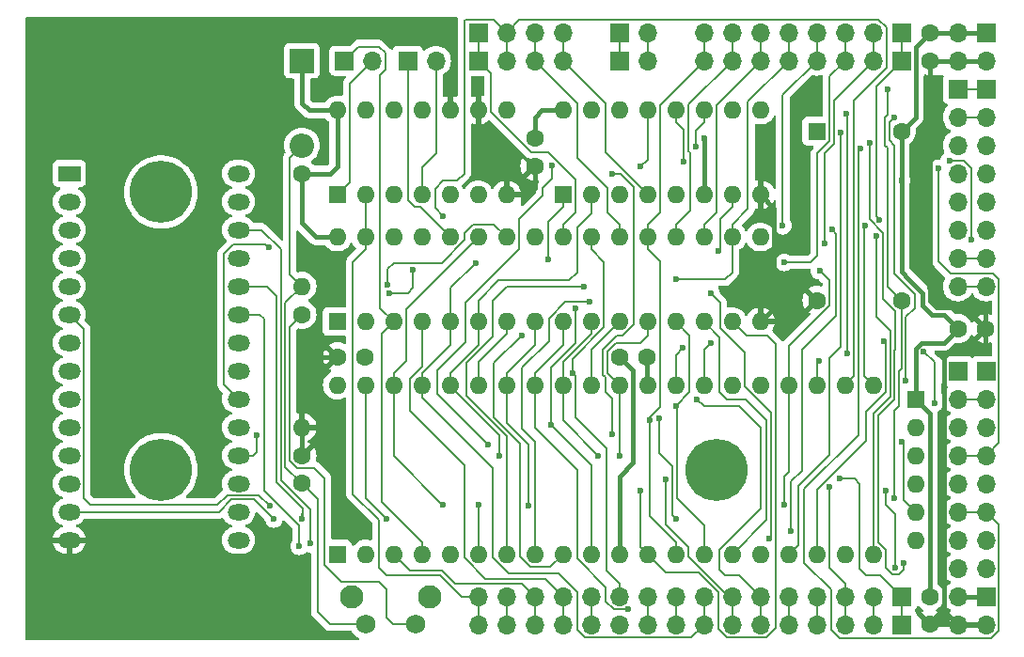
<source format=gtl>
G04 #@! TF.GenerationSoftware,KiCad,Pcbnew,8.0.3-8.0.3-0~ubuntu20.04.1*
G04 #@! TF.CreationDate,2024-07-06T21:00:39-06:00*
G04 #@! TF.ProjectId,z80 RPM,7a383020-5250-44d2-9e6b-696361645f70,rev?*
G04 #@! TF.SameCoordinates,Original*
G04 #@! TF.FileFunction,Copper,L1,Top*
G04 #@! TF.FilePolarity,Positive*
%FSLAX46Y46*%
G04 Gerber Fmt 4.6, Leading zero omitted, Abs format (unit mm)*
G04 Created by KiCad (PCBNEW 8.0.3-8.0.3-0~ubuntu20.04.1) date 2024-07-06 21:00:39*
%MOMM*%
%LPD*%
G01*
G04 APERTURE LIST*
G04 #@! TA.AperFunction,ComponentPad*
%ADD10R,1.700000X1.700000*%
G04 #@! TD*
G04 #@! TA.AperFunction,ComponentPad*
%ADD11O,1.700000X1.700000*%
G04 #@! TD*
G04 #@! TA.AperFunction,ComponentPad*
%ADD12R,2.000000X1.440000*%
G04 #@! TD*
G04 #@! TA.AperFunction,ComponentPad*
%ADD13O,2.000000X1.440000*%
G04 #@! TD*
G04 #@! TA.AperFunction,ComponentPad*
%ADD14R,1.600000X1.600000*%
G04 #@! TD*
G04 #@! TA.AperFunction,ComponentPad*
%ADD15C,1.600000*%
G04 #@! TD*
G04 #@! TA.AperFunction,ComponentPad*
%ADD16O,1.600000X1.600000*%
G04 #@! TD*
G04 #@! TA.AperFunction,ComponentPad*
%ADD17R,2.200000X2.200000*%
G04 #@! TD*
G04 #@! TA.AperFunction,ComponentPad*
%ADD18O,2.200000X2.200000*%
G04 #@! TD*
G04 #@! TA.AperFunction,ComponentPad*
%ADD19C,3.600000*%
G04 #@! TD*
G04 #@! TA.AperFunction,ConnectorPad*
%ADD20C,5.600000*%
G04 #@! TD*
G04 #@! TA.AperFunction,ComponentPad*
%ADD21C,2.100000*%
G04 #@! TD*
G04 #@! TA.AperFunction,ComponentPad*
%ADD22C,1.750000*%
G04 #@! TD*
G04 #@! TA.AperFunction,ViaPad*
%ADD23C,0.600000*%
G04 #@! TD*
G04 #@! TA.AperFunction,Conductor*
%ADD24C,0.200000*%
G04 #@! TD*
G04 #@! TA.AperFunction,Conductor*
%ADD25C,0.450000*%
G04 #@! TD*
G04 APERTURE END LIST*
D10*
X188595000Y-117475000D03*
D11*
X186055000Y-117475000D03*
X183515000Y-117475000D03*
X180975000Y-117475000D03*
X178435000Y-117475000D03*
X175895000Y-117475000D03*
X173355000Y-117475000D03*
X170815000Y-117475000D03*
X168275000Y-117475000D03*
X165735000Y-117475000D03*
X163195000Y-117475000D03*
X160655000Y-117475000D03*
X158115000Y-117475000D03*
X155575000Y-117475000D03*
X153035000Y-117475000D03*
X150495000Y-117475000D03*
D10*
X196215000Y-66675000D03*
D11*
X193675000Y-66675000D03*
X196215000Y-69215000D03*
X193675000Y-69215000D03*
D10*
X193675000Y-71755000D03*
D11*
X193675000Y-74295000D03*
X193675000Y-76835000D03*
X193675000Y-79375000D03*
X193675000Y-81915000D03*
X193675000Y-84455000D03*
X193675000Y-86995000D03*
X193675000Y-89535000D03*
D12*
X113665000Y-79375000D03*
D13*
X113665000Y-81915000D03*
X113665000Y-84455000D03*
X113665000Y-86995000D03*
X113665000Y-89535000D03*
X113665000Y-92075000D03*
X113665000Y-94615000D03*
X113665000Y-97155000D03*
X113665000Y-99695000D03*
X113665000Y-102235000D03*
X113665000Y-104775000D03*
X113665000Y-107315000D03*
X113665000Y-109855000D03*
X113665000Y-112395000D03*
X128905000Y-112395000D03*
X128905000Y-109855000D03*
X128905000Y-107315000D03*
X128905000Y-104775000D03*
X128905000Y-102235000D03*
X128905000Y-99695000D03*
X128905000Y-97155000D03*
X128905000Y-94615000D03*
X128905000Y-92075000D03*
X128905000Y-89535000D03*
X128905000Y-86995000D03*
X128905000Y-84455000D03*
X128905000Y-81915000D03*
X128905000Y-79375000D03*
D14*
X180975000Y-75565000D03*
D15*
X180975000Y-90805000D03*
X188595000Y-90805000D03*
X188595000Y-75565000D03*
D14*
X137795000Y-92710000D03*
D16*
X140335000Y-92710000D03*
X142875000Y-92710000D03*
X145415000Y-92710000D03*
X147955000Y-92710000D03*
X150495000Y-92710000D03*
X153035000Y-92710000D03*
X155575000Y-92710000D03*
X158115000Y-92710000D03*
X160655000Y-92710000D03*
X163195000Y-92710000D03*
X165735000Y-92710000D03*
X168275000Y-92710000D03*
X170815000Y-92710000D03*
X173355000Y-92710000D03*
X175895000Y-92710000D03*
X175895000Y-85090000D03*
X173355000Y-85090000D03*
X170815000Y-85090000D03*
X168275000Y-85090000D03*
X165735000Y-85090000D03*
X163195000Y-85090000D03*
X160655000Y-85090000D03*
X158115000Y-85090000D03*
X155575000Y-85090000D03*
X153035000Y-85090000D03*
X150495000Y-85090000D03*
X147955000Y-85090000D03*
X145415000Y-85090000D03*
X142875000Y-85090000D03*
X140335000Y-85090000D03*
X137795000Y-85090000D03*
D10*
X163195000Y-69215000D03*
D11*
X165735000Y-69215000D03*
D15*
X155575000Y-76200000D03*
X155575000Y-78700000D03*
X134620000Y-79375000D03*
D16*
X134620000Y-89535000D03*
D17*
X134620000Y-69215000D03*
D18*
X134620000Y-76835000D03*
D15*
X163195000Y-95885000D03*
X165695000Y-95885000D03*
D10*
X193675000Y-97155000D03*
D11*
X193675000Y-99695000D03*
X193675000Y-102235000D03*
X193675000Y-104775000D03*
X193675000Y-107315000D03*
X193675000Y-109855000D03*
X193675000Y-112395000D03*
X193675000Y-114935000D03*
D19*
X121920000Y-81045000D03*
D20*
X121920000Y-81045000D03*
D10*
X150495000Y-66675000D03*
D11*
X153035000Y-66675000D03*
X155575000Y-66675000D03*
X158115000Y-66675000D03*
D19*
X171920000Y-106045000D03*
D20*
X171920000Y-106045000D03*
D10*
X196215000Y-71755000D03*
D11*
X196215000Y-74295000D03*
X196215000Y-76835000D03*
X196215000Y-79375000D03*
X196215000Y-81915000D03*
X196215000Y-84455000D03*
X196215000Y-86995000D03*
X196215000Y-89535000D03*
D14*
X189865000Y-99695000D03*
D16*
X189865000Y-102235000D03*
X189865000Y-104775000D03*
X189865000Y-107315000D03*
X189865000Y-109855000D03*
X189865000Y-112395000D03*
D19*
X121920000Y-106045000D03*
D20*
X121920000Y-106045000D03*
D10*
X196215000Y-97155000D03*
D11*
X196215000Y-99695000D03*
X196215000Y-102235000D03*
X196215000Y-104775000D03*
X196215000Y-107315000D03*
X196215000Y-109855000D03*
X196215000Y-112395000D03*
X196215000Y-114935000D03*
D21*
X146075000Y-117475000D03*
X139065000Y-117475000D03*
D22*
X144825000Y-119965000D03*
X140325000Y-119965000D03*
D14*
X137795000Y-81280000D03*
D16*
X140335000Y-81280000D03*
X142875000Y-81280000D03*
X145415000Y-81280000D03*
X147955000Y-81280000D03*
X150495000Y-81280000D03*
X153035000Y-81280000D03*
X153035000Y-73660000D03*
X150495000Y-73660000D03*
X147955000Y-73660000D03*
X145415000Y-73660000D03*
X142875000Y-73660000D03*
X140335000Y-73660000D03*
X137795000Y-73660000D03*
D10*
X163195000Y-66675000D03*
D11*
X165735000Y-66675000D03*
D15*
X134620000Y-92075000D03*
D16*
X134620000Y-102235000D03*
D10*
X188595000Y-69215000D03*
D11*
X186055000Y-69215000D03*
X183515000Y-69215000D03*
X180975000Y-69215000D03*
X178435000Y-69215000D03*
X175895000Y-69215000D03*
X173355000Y-69215000D03*
X170815000Y-69215000D03*
D10*
X196215000Y-117475000D03*
D11*
X193675000Y-117475000D03*
X196215000Y-120015000D03*
X193675000Y-120015000D03*
D15*
X191135000Y-117475000D03*
X191135000Y-119975000D03*
D14*
X158115000Y-81280000D03*
D16*
X160655000Y-81280000D03*
X163195000Y-81280000D03*
X165735000Y-81280000D03*
X168275000Y-81280000D03*
X170815000Y-81280000D03*
X173355000Y-81280000D03*
X175895000Y-81280000D03*
X175895000Y-73660000D03*
X173355000Y-73660000D03*
X170815000Y-73660000D03*
X168275000Y-73660000D03*
X165735000Y-73660000D03*
X163195000Y-73660000D03*
X160655000Y-73660000D03*
X158115000Y-73660000D03*
D10*
X144145000Y-69215000D03*
D11*
X146685000Y-69215000D03*
D15*
X140315000Y-95885000D03*
X137815000Y-95885000D03*
D10*
X188595000Y-66675000D03*
D11*
X186055000Y-66675000D03*
X183515000Y-66675000D03*
X180975000Y-66675000D03*
X178435000Y-66675000D03*
X175895000Y-66675000D03*
X173355000Y-66675000D03*
X170815000Y-66675000D03*
D14*
X137795000Y-113665000D03*
D16*
X140335000Y-113665000D03*
X142875000Y-113665000D03*
X145415000Y-113665000D03*
X147955000Y-113665000D03*
X150495000Y-113665000D03*
X153035000Y-113665000D03*
X155575000Y-113665000D03*
X158115000Y-113665000D03*
X160655000Y-113665000D03*
X163195000Y-113665000D03*
X165735000Y-113665000D03*
X168275000Y-113665000D03*
X170815000Y-113665000D03*
X173355000Y-113665000D03*
X175895000Y-113665000D03*
X178435000Y-113665000D03*
X180975000Y-113665000D03*
X183515000Y-113665000D03*
X186055000Y-113665000D03*
X186055000Y-98425000D03*
X183515000Y-98425000D03*
X180975000Y-98425000D03*
X178435000Y-98425000D03*
X175895000Y-98425000D03*
X173355000Y-98425000D03*
X170815000Y-98425000D03*
X168275000Y-98425000D03*
X165735000Y-98425000D03*
X163195000Y-98425000D03*
X160655000Y-98425000D03*
X158115000Y-98425000D03*
X155575000Y-98425000D03*
X153035000Y-98425000D03*
X150495000Y-98425000D03*
X147955000Y-98425000D03*
X145415000Y-98425000D03*
X142875000Y-98425000D03*
X140335000Y-98425000D03*
X137795000Y-98425000D03*
D10*
X150495000Y-69215000D03*
D11*
X153035000Y-69215000D03*
X155575000Y-69215000D03*
X158115000Y-69215000D03*
D15*
X191135000Y-66715000D03*
X191135000Y-69215000D03*
X193695000Y-93345000D03*
X196195000Y-93345000D03*
D10*
X188595000Y-120015000D03*
D11*
X186055000Y-120015000D03*
X183515000Y-120015000D03*
X180975000Y-120015000D03*
X178435000Y-120015000D03*
X175895000Y-120015000D03*
X173355000Y-120015000D03*
X170815000Y-120015000D03*
X168275000Y-120015000D03*
X165735000Y-120015000D03*
X163195000Y-120015000D03*
X160655000Y-120015000D03*
X158115000Y-120015000D03*
X155575000Y-120015000D03*
X153035000Y-120015000D03*
X150495000Y-120015000D03*
D15*
X134620000Y-107295000D03*
X134620000Y-104795000D03*
D10*
X138430000Y-69215000D03*
D11*
X140970000Y-69215000D03*
D23*
X135377100Y-112725100D03*
X170815000Y-76200000D03*
X188595000Y-80010000D03*
X186992900Y-94445500D03*
X165922200Y-101575900D03*
X178046100Y-109195900D03*
X181229000Y-88138000D03*
X171450000Y-94615000D03*
X161290000Y-104775000D03*
X182067800Y-107613000D03*
X157013300Y-102017900D03*
X159243500Y-91530100D03*
X130503400Y-102959800D03*
X181189700Y-96271100D03*
X168924400Y-95094300D03*
X191135000Y-89535000D03*
X188976000Y-98044000D03*
X187960000Y-74295000D03*
X188595000Y-103505000D03*
X183122600Y-75657800D03*
X160020000Y-89535000D03*
X168275000Y-88900000D03*
X147320000Y-109220000D03*
X181640800Y-85660300D03*
X150227900Y-87412000D03*
X142240000Y-110490000D03*
X134620000Y-110490000D03*
X142311100Y-89372600D03*
X131707700Y-109324500D03*
X155028500Y-109304700D03*
X158974000Y-97320900D03*
X187960000Y-108585000D03*
X187325000Y-71755000D03*
X150495000Y-109220000D03*
X163966700Y-118626700D03*
X160508800Y-90917000D03*
X177904900Y-84069100D03*
X186601500Y-83549000D03*
X168275000Y-100330000D03*
X156789100Y-87110800D03*
X170180000Y-99695000D03*
X152400000Y-104775000D03*
X167352300Y-106930300D03*
X183013700Y-106879200D03*
X163195000Y-104775000D03*
X166750500Y-101402600D03*
X168275000Y-110490000D03*
X132080000Y-110490000D03*
X178054000Y-87376000D03*
X165100000Y-107950000D03*
X142442900Y-90193100D03*
X144620900Y-88015100D03*
X134365000Y-112943600D03*
X154394700Y-93932800D03*
X185358800Y-84096100D03*
X131614600Y-86052900D03*
X186319600Y-85000300D03*
X194910300Y-85315400D03*
X192908100Y-78200000D03*
X184891100Y-77146000D03*
X183643500Y-74014300D03*
X190600100Y-95406600D03*
X183672200Y-95567800D03*
X191575400Y-100047400D03*
X162560000Y-79375000D03*
X162560000Y-102870000D03*
X165100000Y-78740000D03*
X188781400Y-114464600D03*
X185710700Y-76620900D03*
X151406600Y-103790100D03*
X188039800Y-114857100D03*
X157127400Y-78678100D03*
X170035000Y-76960800D03*
X187160500Y-107962200D03*
X176641400Y-112246200D03*
X172085000Y-86360000D03*
X171450000Y-90170000D03*
X168974000Y-78325700D03*
X191937200Y-78900600D03*
X182323800Y-84437300D03*
X178667900Y-111545500D03*
X147320000Y-83185000D03*
D24*
X138896700Y-71288300D02*
X138896700Y-80178300D01*
X138896700Y-80178300D02*
X137795000Y-81280000D01*
X140970000Y-69215000D02*
X138896700Y-71288300D01*
X144376900Y-115166900D02*
X142875000Y-113665000D01*
X128905000Y-84455000D02*
X130952900Y-84455000D01*
X145245000Y-82380000D02*
X144737600Y-82380000D01*
X147248700Y-115166900D02*
X144376900Y-115166900D01*
X144737600Y-82380000D02*
X144145000Y-81787400D01*
X155575000Y-120015000D02*
X155575000Y-117475000D01*
X148405100Y-116323300D02*
X147248700Y-115166900D01*
X155575000Y-117475000D02*
X154423300Y-116323300D01*
X147955000Y-85090000D02*
X145245000Y-82380000D01*
X132703400Y-86205500D02*
X132703400Y-106972800D01*
X135377100Y-109646500D02*
X135377100Y-112725100D01*
X132703400Y-106972800D02*
X135377100Y-109646500D01*
X154423300Y-116323300D02*
X148405100Y-116323300D01*
X144145000Y-81787400D02*
X144145000Y-69215000D01*
X130952900Y-84455000D02*
X132703400Y-86205500D01*
X146685000Y-69215000D02*
X146685000Y-77567300D01*
X145415000Y-78837300D02*
X145415000Y-81280000D01*
X146685000Y-77567300D02*
X145415000Y-78837300D01*
X142120000Y-68529314D02*
X141535686Y-67945000D01*
X141535686Y-67945000D02*
X139700000Y-67945000D01*
X142120000Y-70020400D02*
X142120000Y-68529314D01*
X141655400Y-70485000D02*
X142120000Y-70020400D01*
X141771900Y-93813100D02*
X142875000Y-92710000D01*
X145415000Y-113665000D02*
X145415000Y-112563300D01*
X141771900Y-108920200D02*
X141771900Y-93813100D01*
X145415000Y-112563300D02*
X141771900Y-108920200D01*
X139700000Y-67945000D02*
X138430000Y-69215000D01*
X141655400Y-91490400D02*
X141655400Y-70485000D01*
X142875000Y-92710000D02*
X141655400Y-91490400D01*
X153035000Y-117475000D02*
X153035000Y-120015000D01*
D25*
X189870000Y-67980000D02*
X189870000Y-74290000D01*
X170815000Y-81280000D02*
X170815000Y-76200000D01*
X189865000Y-99695000D02*
X191135000Y-100965000D01*
X137795000Y-78740000D02*
X137795000Y-73660000D01*
X134620000Y-79375000D02*
X134620000Y-83820000D01*
X190366395Y-94615000D02*
X192425000Y-94615000D01*
X192440000Y-92090000D02*
X193695000Y-93345000D01*
X191135000Y-100965000D02*
X191135000Y-117475000D01*
X193675000Y-117475000D02*
X196215000Y-117475000D01*
X158115000Y-73660000D02*
X156210000Y-73660000D01*
X164420000Y-97110000D02*
X164420000Y-105410000D01*
X188595000Y-88245000D02*
X188595000Y-80010000D01*
X189865000Y-99695000D02*
X189865000Y-95116395D01*
X189240000Y-88890000D02*
X188595000Y-88245000D01*
X190485000Y-90135000D02*
X190485000Y-91266370D01*
X134620000Y-83820000D02*
X135890000Y-85090000D01*
X163195000Y-95885000D02*
X164420000Y-97110000D01*
X134620000Y-73025000D02*
X135255000Y-73660000D01*
X163195000Y-113665000D02*
X163195000Y-106635000D01*
X196215000Y-66675000D02*
X193675000Y-66675000D01*
X191175000Y-66675000D02*
X191135000Y-66715000D01*
X188595000Y-80010000D02*
X188595000Y-75565000D01*
X155575000Y-74295000D02*
X155575000Y-76200000D01*
X193675000Y-66675000D02*
X191175000Y-66675000D01*
X135255000Y-73660000D02*
X137795000Y-73660000D01*
X134620000Y-79375000D02*
X137160000Y-79375000D01*
X134620000Y-69215000D02*
X134620000Y-73025000D01*
X156210000Y-73660000D02*
X155575000Y-74295000D01*
X189240000Y-88890000D02*
X190485000Y-90135000D01*
X163195000Y-106635000D02*
X164420000Y-105410000D01*
X191135000Y-66715000D02*
X189870000Y-67980000D01*
X189870000Y-74290000D02*
X188595000Y-75565000D01*
X189865000Y-95116395D02*
X190366395Y-94615000D01*
X191308630Y-92090000D02*
X192440000Y-92090000D01*
X137160000Y-79375000D02*
X137795000Y-78740000D01*
X190485000Y-91266370D02*
X191308630Y-92090000D01*
X192425000Y-94615000D02*
X193695000Y-93345000D01*
X135890000Y-85090000D02*
X137795000Y-85090000D01*
D24*
X180975000Y-107855000D02*
X180975000Y-113665000D01*
X187170900Y-94623500D02*
X187170900Y-99060000D01*
X185372500Y-103457500D02*
X180975000Y-107855000D01*
X185372500Y-100858400D02*
X185372500Y-103457500D01*
X186992900Y-94445500D02*
X187170900Y-94623500D01*
X187170900Y-99060000D02*
X185372500Y-100858400D01*
X170815000Y-69215000D02*
X166836700Y-73193300D01*
X168275000Y-112563300D02*
X168275000Y-113665000D01*
X165735000Y-86191700D02*
X165735000Y-85090000D01*
X165922200Y-101575900D02*
X165922200Y-110210500D01*
X165922200Y-101575900D02*
X165922200Y-101380100D01*
X165922200Y-101380100D02*
X166865100Y-100437200D01*
X166865100Y-100437200D02*
X166865100Y-87321800D01*
X166836700Y-73193300D02*
X166836700Y-82886600D01*
X166865100Y-87321800D02*
X165735000Y-86191700D01*
X165735000Y-83988300D02*
X165735000Y-85090000D01*
X165922200Y-110210500D02*
X168275000Y-112563300D01*
X166836700Y-82886600D02*
X165735000Y-83988300D01*
X170815000Y-66675000D02*
X170815000Y-69215000D01*
X182075000Y-91263100D02*
X182075000Y-88984000D01*
X178046100Y-106680000D02*
X178046100Y-109195900D01*
X178435000Y-98425000D02*
X178435000Y-106291100D01*
X178435000Y-106291100D02*
X178046100Y-106680000D01*
X178435000Y-94903100D02*
X182076700Y-91261400D01*
X178435000Y-98425000D02*
X178435000Y-94903100D01*
X182075000Y-88984000D02*
X181229000Y-88138000D01*
X170815000Y-98425000D02*
X170815000Y-95250000D01*
X170815000Y-95250000D02*
X171450000Y-94615000D01*
X158115000Y-97874100D02*
X158115000Y-98425000D01*
X182067800Y-107613000D02*
X182103500Y-107648700D01*
X182103500Y-114911800D02*
X183515000Y-116323300D01*
X183515000Y-117475000D02*
X183515000Y-116323300D01*
X158115000Y-100965000D02*
X158115000Y-101425500D01*
X158115000Y-98425000D02*
X158115000Y-100965000D01*
X158115000Y-97874100D02*
X158115000Y-97323300D01*
X158115000Y-100965000D02*
X158115000Y-101600000D01*
X160655000Y-92710000D02*
X160655000Y-93811700D01*
X158115000Y-96351700D02*
X160655000Y-93811700D01*
X182103500Y-107648700D02*
X182103500Y-114911800D01*
X158115000Y-97323300D02*
X158115000Y-96351700D01*
X158115000Y-101600000D02*
X161290000Y-104775000D01*
X183515000Y-120015000D02*
X183515000Y-117475000D01*
X130175000Y-104775000D02*
X128905000Y-104775000D01*
X160655000Y-112563300D02*
X160655000Y-105659600D01*
X160655000Y-113665000D02*
X160655000Y-112563300D01*
X157013300Y-96884000D02*
X159243500Y-94653800D01*
X130503400Y-102959800D02*
X130503400Y-104446600D01*
X173355000Y-69215000D02*
X169432400Y-73137600D01*
X169575700Y-82687600D02*
X168275000Y-83988300D01*
X157013300Y-102017900D02*
X157013300Y-96884000D01*
X160655000Y-105659600D02*
X157013300Y-102017900D01*
X130503400Y-104446600D02*
X130175000Y-104775000D01*
X159243500Y-94653800D02*
X159243500Y-91530100D01*
X169432400Y-73137600D02*
X169432400Y-77349100D01*
X169432400Y-77349100D02*
X169575700Y-77492400D01*
X169575700Y-77492400D02*
X169575700Y-82687600D01*
X173355000Y-66675000D02*
X173355000Y-69215000D01*
X168275000Y-83988300D02*
X168275000Y-85090000D01*
X180975000Y-96485800D02*
X181189700Y-96271100D01*
X180975000Y-98425000D02*
X180975000Y-96485800D01*
X196215000Y-89535000D02*
X193675000Y-89535000D01*
X168275000Y-95743700D02*
X168924400Y-95094300D01*
X168275000Y-98425000D02*
X168275000Y-95743700D01*
D25*
X193675000Y-69215000D02*
X191135000Y-69215000D01*
X193675000Y-120015000D02*
X196215000Y-120015000D01*
X196195000Y-93345000D02*
X196195000Y-92055000D01*
X192405000Y-119380000D02*
X192405000Y-119975000D01*
X177120000Y-82505000D02*
X175895000Y-81280000D01*
X191135000Y-90805000D02*
X191135000Y-89535000D01*
X196195000Y-94635000D02*
X195580000Y-95250000D01*
X193635000Y-119975000D02*
X193675000Y-120015000D01*
X150495000Y-73660000D02*
X150495000Y-75565000D01*
X175895000Y-92710000D02*
X177120000Y-91485000D01*
X177120000Y-91485000D02*
X177120000Y-82505000D01*
X193040000Y-120015000D02*
X192405000Y-119380000D01*
X154940000Y-81280000D02*
X153035000Y-81280000D01*
X191135000Y-89535000D02*
X191135000Y-69215000D01*
X155575000Y-80645000D02*
X154940000Y-81280000D01*
X152400000Y-76200000D02*
X153035000Y-76835000D01*
X192400000Y-95890000D02*
X192400000Y-118740000D01*
X196195000Y-92055000D02*
X195580000Y-91440000D01*
X195580000Y-95250000D02*
X193040000Y-95250000D01*
X196215000Y-69215000D02*
X193675000Y-69215000D01*
X192405000Y-119975000D02*
X193635000Y-119975000D01*
X192405000Y-118745000D02*
X192405000Y-119380000D01*
X134620000Y-102235000D02*
X134620000Y-104795000D01*
X134620000Y-97155000D02*
X135890000Y-95885000D01*
X195580000Y-91440000D02*
X191770000Y-91440000D01*
X191135000Y-119975000D02*
X192370000Y-118740000D01*
X191135000Y-119975000D02*
X192405000Y-119975000D01*
X153035000Y-76835000D02*
X153035000Y-81280000D01*
X192385000Y-119360000D02*
X192405000Y-119380000D01*
X165695000Y-95885000D02*
X165695000Y-98385000D01*
X151130000Y-76200000D02*
X152400000Y-76200000D01*
X135890000Y-95885000D02*
X137815000Y-95885000D01*
X165695000Y-98385000D02*
X165735000Y-98425000D01*
X192400000Y-118740000D02*
X193675000Y-120015000D01*
X150495000Y-75565000D02*
X151130000Y-76200000D01*
X191770000Y-91440000D02*
X191135000Y-90805000D01*
X191770000Y-119975000D02*
X192385000Y-119360000D01*
X193040000Y-95250000D02*
X192400000Y-95890000D01*
X134620000Y-102235000D02*
X134620000Y-97155000D01*
X192400000Y-118740000D02*
X192405000Y-118745000D01*
X193675000Y-120015000D02*
X193040000Y-120015000D01*
X155575000Y-78700000D02*
X155575000Y-79540000D01*
X191135000Y-119975000D02*
X191770000Y-119975000D01*
X155575000Y-79540000D02*
X155575000Y-80645000D01*
X192370000Y-118740000D02*
X192400000Y-118740000D01*
X196195000Y-93345000D02*
X196195000Y-94635000D01*
D24*
X196215000Y-86995000D02*
X193675000Y-86995000D01*
X187495000Y-74760000D02*
X187960000Y-74295000D01*
X188765000Y-103675000D02*
X188765000Y-108755000D01*
X188595000Y-103505000D02*
X188765000Y-103675000D01*
X189821269Y-90213731D02*
X187960000Y-88352462D01*
X189821269Y-91483731D02*
X189821269Y-90213731D01*
X187960000Y-88352462D02*
X187960000Y-76835000D01*
X188765000Y-108755000D02*
X189865000Y-109855000D01*
X188995000Y-98025000D02*
X188995000Y-92310000D01*
X187960000Y-76835000D02*
X187495000Y-76370000D01*
X187495000Y-76370000D02*
X187495000Y-74760000D01*
X188976000Y-98044000D02*
X188995000Y-98025000D01*
X193675000Y-74295000D02*
X196215000Y-74295000D01*
X188995000Y-92310000D02*
X189821269Y-91483731D01*
X193675000Y-71755000D02*
X196215000Y-71755000D01*
X179271300Y-112828700D02*
X178435000Y-113665000D01*
X179271300Y-107544900D02*
X179271300Y-112828700D01*
X183122600Y-75657800D02*
X183122600Y-94979200D01*
X182079400Y-104736800D02*
X179271300Y-107544900D01*
X182079400Y-96022400D02*
X182079400Y-104736800D01*
X183122600Y-94979200D02*
X182079400Y-96022400D01*
X153035000Y-103056086D02*
X149395000Y-99416086D01*
X173355000Y-83988300D02*
X174769900Y-82573400D01*
X168275000Y-88900000D02*
X172720000Y-88900000D01*
X173355000Y-85090000D02*
X173355000Y-83988300D01*
X153035000Y-89535000D02*
X160020000Y-89535000D01*
X173355000Y-88265000D02*
X173355000Y-85090000D01*
X151765000Y-94078986D02*
X151765000Y-90805000D01*
X149395000Y-99416086D02*
X149395000Y-96448986D01*
X149395000Y-96448986D02*
X151765000Y-94078986D01*
X174769900Y-72880100D02*
X178435000Y-69215000D01*
X174769900Y-82573400D02*
X174769900Y-72880100D01*
X172720000Y-88900000D02*
X173355000Y-88265000D01*
X151765000Y-90805000D02*
X153035000Y-89535000D01*
X178435000Y-66675000D02*
X178435000Y-69215000D01*
X153035000Y-113665000D02*
X153035000Y-103056086D01*
X143976700Y-96221600D02*
X142875000Y-97323300D01*
X168275000Y-120015000D02*
X168275000Y-117475000D01*
X142875000Y-104845900D02*
X147249100Y-109220000D01*
X147249100Y-109220000D02*
X147320000Y-109220000D01*
X150495000Y-85090000D02*
X143976700Y-91608300D01*
X143976700Y-91608300D02*
X143976700Y-96221600D01*
X142875000Y-98425000D02*
X142875000Y-104845900D01*
X142875000Y-97323300D02*
X142875000Y-98425000D01*
X181640800Y-77585000D02*
X182504100Y-76721700D01*
X182504100Y-72765900D02*
X186055000Y-69215000D01*
X172213700Y-94108700D02*
X170815000Y-92710000D01*
X174538100Y-99695000D02*
X172848700Y-99695000D01*
X172848700Y-99695000D02*
X172213700Y-99060000D01*
X181640800Y-85660300D02*
X181640800Y-77585000D01*
X182504100Y-76721700D02*
X182504100Y-72765900D01*
X173355000Y-113665000D02*
X176443100Y-110576900D01*
X172213700Y-99060000D02*
X172213700Y-94108700D01*
X176443100Y-101600000D02*
X174538100Y-99695000D01*
X186055000Y-66675000D02*
X186055000Y-69215000D01*
X176443100Y-110576900D02*
X176443100Y-101600000D01*
X170815000Y-120015000D02*
X170815000Y-117475000D01*
X145415000Y-98378100D02*
X145415000Y-97323300D01*
X145415000Y-99526700D02*
X151765000Y-105876700D01*
X157717200Y-115427400D02*
X159385000Y-117095200D01*
X145415000Y-97323300D02*
X147955000Y-94783300D01*
X168275000Y-121170000D02*
X169660000Y-121170000D01*
X160117900Y-121170000D02*
X168275000Y-121170000D01*
X145415000Y-98425000D02*
X145415000Y-99526700D01*
X145415000Y-98378100D02*
X145415000Y-98425000D01*
X151765000Y-105876700D02*
X151765000Y-113994900D01*
X151765000Y-113994900D02*
X153197500Y-115427400D01*
X153197500Y-115427400D02*
X157717200Y-115427400D01*
X159385000Y-120437100D02*
X160117900Y-121170000D01*
X169660000Y-121170000D02*
X170815000Y-120015000D01*
X147955000Y-94783300D02*
X147955000Y-92710000D01*
X147955000Y-89684900D02*
X150227900Y-87412000D01*
X159385000Y-117095200D02*
X159385000Y-120437100D01*
X147955000Y-92710000D02*
X147955000Y-89684900D01*
X132301700Y-90391700D02*
X131445000Y-89535000D01*
X149225000Y-85379000D02*
X149225000Y-84742400D01*
X149225000Y-84742400D02*
X150010200Y-83957200D01*
X142875000Y-87413400D02*
X147190600Y-87413400D01*
X134645200Y-109525800D02*
X134620000Y-110490000D01*
X132301700Y-107182300D02*
X132301700Y-90391700D01*
X131445000Y-89535000D02*
X128905000Y-89535000D01*
X147190600Y-87413400D02*
X149225000Y-85379000D01*
X151902200Y-83957200D02*
X153035000Y-85090000D01*
X142311100Y-89372600D02*
X142311100Y-87977300D01*
X134620000Y-110490000D02*
X134645200Y-110464800D01*
X142311100Y-87977300D02*
X142875000Y-87413400D01*
X165735000Y-120015000D02*
X165735000Y-117475000D01*
X134645200Y-109525800D02*
X132301700Y-107182300D01*
X134645200Y-110464800D02*
X134645200Y-109525800D01*
X140970000Y-109220000D02*
X142240000Y-110490000D01*
X140364750Y-108614750D02*
X140970000Y-109220000D01*
X150010200Y-83957200D02*
X151902200Y-83957200D01*
X140335000Y-108585000D02*
X140970000Y-109220000D01*
X140335000Y-98425000D02*
X140335000Y-108585000D01*
X114965000Y-108615000D02*
X115570000Y-109220000D01*
X130718200Y-108335000D02*
X131707700Y-109324500D01*
X113665000Y-92075000D02*
X114965000Y-93375000D01*
X178435000Y-117475000D02*
X178435000Y-120015000D01*
X153035000Y-97323300D02*
X155575000Y-94783300D01*
X127885000Y-108335000D02*
X130718200Y-108335000D01*
X127000000Y-109220000D02*
X127885000Y-108335000D01*
X155028500Y-103830000D02*
X153035000Y-101836500D01*
X153035000Y-98425000D02*
X153035000Y-97323300D01*
X115570000Y-109220000D02*
X127000000Y-109220000D01*
X153035000Y-101836500D02*
X153035000Y-98425000D01*
X155575000Y-94783300D02*
X155575000Y-92710000D01*
X114965000Y-93375000D02*
X114965000Y-108615000D01*
X155028500Y-109304700D02*
X155028500Y-103830000D01*
X150495000Y-120015000D02*
X150495000Y-117475000D01*
X141514900Y-110580400D02*
X141514900Y-114844900D01*
X139188200Y-108253700D02*
X141514900Y-110580400D01*
X140335000Y-86191700D02*
X139188200Y-87338500D01*
X142240000Y-115570000D02*
X147086114Y-115570000D01*
X148991114Y-117475000D02*
X150495000Y-117475000D01*
X141514900Y-114844900D02*
X142240000Y-115570000D01*
X147086114Y-115570000D02*
X148991114Y-117475000D01*
X139188200Y-87338500D02*
X139188200Y-108253700D01*
X140335000Y-85090000D02*
X140335000Y-86191700D01*
X140335000Y-81280000D02*
X140335000Y-85090000D01*
X161801000Y-93231386D02*
X161801000Y-87337700D01*
X161801000Y-87337700D02*
X160655000Y-86191700D01*
X162043300Y-104140000D02*
X162043300Y-115171600D01*
X163195000Y-116323300D02*
X163195000Y-117475000D01*
X158974000Y-96058386D02*
X161801000Y-93231386D01*
X158974000Y-97320900D02*
X158974000Y-96058386D01*
X159216700Y-101313400D02*
X162043300Y-104140000D01*
X159216700Y-97563600D02*
X159216700Y-101313400D01*
X162043300Y-115171600D02*
X163195000Y-116323300D01*
X160655000Y-86191700D02*
X160655000Y-85090000D01*
X158974000Y-97320900D02*
X159216700Y-97563600D01*
X187095000Y-74295000D02*
X187325000Y-74065000D01*
X150495000Y-109220000D02*
X150495000Y-113665000D01*
X187960000Y-100740900D02*
X187960000Y-108585000D01*
X188595000Y-90805000D02*
X187325000Y-89535000D01*
X187325000Y-74065000D02*
X187325000Y-71755000D01*
X188595000Y-96930900D02*
X188370900Y-97155000D01*
X188370900Y-100330000D02*
X187960000Y-100740900D01*
X188595000Y-90805000D02*
X188595000Y-96930900D01*
X187095000Y-76835000D02*
X187095000Y-74295000D01*
X187325000Y-77065000D02*
X187095000Y-76835000D01*
X188370900Y-97155000D02*
X188370900Y-100330000D01*
X163195000Y-66675000D02*
X163195000Y-69215000D01*
X187325000Y-89535000D02*
X187325000Y-77065000D01*
X155575000Y-102235000D02*
X159385000Y-106045000D01*
X162707200Y-118626700D02*
X163966700Y-118626700D01*
X159385000Y-114066700D02*
X161985000Y-116666700D01*
X155575000Y-98425000D02*
X155575000Y-102235000D01*
X158115000Y-92710000D02*
X158115000Y-94783300D01*
X180975000Y-117475000D02*
X180975000Y-120015000D01*
X161985000Y-116666700D02*
X161985000Y-117904500D01*
X159385000Y-106045000D02*
X159385000Y-114066700D01*
X155575000Y-98425000D02*
X155575000Y-97323300D01*
X158115000Y-94783300D02*
X155575000Y-97323300D01*
X161985000Y-117904500D02*
X162707200Y-118626700D01*
X155634300Y-113605700D02*
X155634300Y-103564300D01*
X154422700Y-102352700D02*
X154422700Y-96864100D01*
X180975000Y-66675000D02*
X180975000Y-69215000D01*
X177904900Y-72285100D02*
X180975000Y-69215000D01*
X156845000Y-94441800D02*
X156845000Y-92412200D01*
X158340200Y-90917000D02*
X160508800Y-90917000D01*
X155575000Y-113665000D02*
X155634300Y-113605700D01*
X154422700Y-96864100D02*
X156845000Y-94441800D01*
X156845000Y-92412200D02*
X158340200Y-90917000D01*
X155634300Y-103564300D02*
X154422700Y-102352700D01*
X177904900Y-84069100D02*
X177904900Y-72285100D01*
X149225000Y-113993700D02*
X151152900Y-115921600D01*
X144310600Y-97859600D02*
X144310600Y-100734100D01*
X145415000Y-92710000D02*
X145415000Y-96755200D01*
X151152900Y-115921600D02*
X156561600Y-115921600D01*
X145415000Y-96755200D02*
X144310600Y-97859600D01*
X144310600Y-100734100D02*
X149225000Y-105648500D01*
X149225000Y-105648500D02*
X149225000Y-113993700D01*
X156561600Y-115921600D02*
X158115000Y-117475000D01*
X158115000Y-120015000D02*
X158115000Y-117475000D01*
X169526100Y-99060000D02*
X168275000Y-100311100D01*
X168352300Y-108585000D02*
X168352300Y-100407300D01*
X168352300Y-100407300D02*
X168275000Y-100330000D01*
X188595000Y-69215000D02*
X186310700Y-71499300D01*
X169526100Y-93961100D02*
X168275000Y-92710000D01*
X170815000Y-111047700D02*
X168352300Y-108585000D01*
X169526100Y-99060000D02*
X169526100Y-93961100D01*
X186310700Y-83258200D02*
X186601500Y-83549000D01*
X188595000Y-66675000D02*
X188595000Y-69215000D01*
X186310700Y-71499300D02*
X186310700Y-83258200D01*
X168275000Y-100311100D02*
X168275000Y-100330000D01*
X168275000Y-100330000D02*
X168256100Y-100330000D01*
X170815000Y-113665000D02*
X170815000Y-111047700D01*
X172226600Y-115076600D02*
X172226600Y-113237765D01*
X158115000Y-82381700D02*
X156789100Y-83707600D01*
X158115000Y-81280000D02*
X158115000Y-82381700D01*
X175895000Y-104140000D02*
X175895000Y-102235000D01*
X175895000Y-120015000D02*
X175895000Y-117475000D01*
X175895000Y-102235000D02*
X173990000Y-100330000D01*
X173990000Y-115570000D02*
X172720000Y-115570000D01*
X172226600Y-113237765D02*
X175895000Y-109569365D01*
X150495000Y-98158000D02*
X150495000Y-97323300D01*
X150495000Y-98158000D02*
X150495000Y-98425000D01*
X150495000Y-96351700D02*
X153035000Y-93811700D01*
X153035000Y-92710000D02*
X153035000Y-93811700D01*
X170815000Y-100330000D02*
X170180000Y-99695000D01*
X173990000Y-100330000D02*
X170815000Y-100330000D01*
X156789100Y-83707600D02*
X156789100Y-87110800D01*
X172720000Y-115570000D02*
X172226600Y-115076600D01*
X175895000Y-117475000D02*
X173990000Y-115570000D01*
X150495000Y-97323300D02*
X150495000Y-96351700D01*
X175895000Y-109569365D02*
X175895000Y-104140000D01*
X136007800Y-108682800D02*
X134620000Y-107295000D01*
X133109200Y-91045800D02*
X134620000Y-89535000D01*
X137110000Y-119965000D02*
X136007800Y-118862800D01*
X165735000Y-66675000D02*
X165735000Y-69215000D01*
X133515200Y-77939800D02*
X133515200Y-88430200D01*
X134620000Y-107295000D02*
X133109200Y-105784200D01*
X136007800Y-118862800D02*
X136007800Y-108682800D01*
X134620000Y-76835000D02*
X133515200Y-77939800D01*
X133515200Y-88430200D02*
X134620000Y-89535000D01*
X133109200Y-105784200D02*
X133109200Y-91045800D01*
X140325000Y-119965000D02*
X137110000Y-119965000D01*
X150495000Y-90805000D02*
X150495000Y-92710000D01*
X167352300Y-110978800D02*
X169403500Y-113030000D01*
X147955000Y-98541771D02*
X152400000Y-102986771D01*
X147955000Y-98425000D02*
X147955000Y-98541771D01*
X169403500Y-113842300D02*
X173036200Y-117475000D01*
X150495000Y-94783300D02*
X150495000Y-92710000D01*
X160655000Y-81280000D02*
X160655000Y-82978500D01*
X173355000Y-117475000D02*
X173355000Y-118863300D01*
X159385000Y-88265000D02*
X158635257Y-89014743D01*
X147955000Y-98425000D02*
X147955000Y-97323300D01*
X147955000Y-97323300D02*
X150495000Y-94783300D01*
X169403500Y-113030000D02*
X169403500Y-113842300D01*
X152285257Y-89014743D02*
X150495000Y-90805000D01*
X152400000Y-102986771D02*
X152400000Y-104775000D01*
X158635257Y-89014743D02*
X152285257Y-89014743D01*
X160655000Y-82978500D02*
X159385000Y-84248500D01*
X167352300Y-106930300D02*
X167352300Y-110978800D01*
X173355000Y-120015000D02*
X173355000Y-118863300D01*
X173036200Y-117475000D02*
X173355000Y-117475000D01*
X159385000Y-84248500D02*
X159385000Y-88265000D01*
X165735000Y-92710000D02*
X165735000Y-93980000D01*
X165100000Y-94615000D02*
X162886700Y-94615000D01*
X163195000Y-103505000D02*
X163195000Y-104775000D01*
X165735000Y-93980000D02*
X165100000Y-94615000D01*
X188595000Y-117475000D02*
X186690000Y-115570000D01*
X183013700Y-106879200D02*
X184349200Y-106879200D01*
X162091700Y-97321700D02*
X163195000Y-98425000D01*
X185420000Y-115570000D02*
X184785000Y-114935000D01*
X162091700Y-95410000D02*
X162091700Y-97321700D01*
X162886700Y-94615000D02*
X162091700Y-95410000D01*
X163195000Y-103505000D02*
X163195000Y-98425000D01*
X184349200Y-106879200D02*
X184785000Y-107315000D01*
X186690000Y-115570000D02*
X185420000Y-115570000D01*
X188595000Y-120015000D02*
X188595000Y-117475000D01*
X184785000Y-114935000D02*
X184785000Y-107315000D01*
X166750500Y-104549500D02*
X167952300Y-105751300D01*
X167952300Y-110167300D02*
X168275000Y-110490000D01*
X167952300Y-105751300D02*
X167952300Y-108897300D01*
X186055000Y-120015000D02*
X186055000Y-117475000D01*
X163195000Y-92710000D02*
X160655000Y-95250000D01*
X167952300Y-108897300D02*
X167952300Y-110167300D01*
X160655000Y-95250000D02*
X160655000Y-98425000D01*
X166750500Y-101402600D02*
X166750500Y-104549500D01*
X130269671Y-108735000D02*
X132024671Y-110490000D01*
X177243100Y-120313100D02*
X177243100Y-94693100D01*
X170292800Y-115299700D02*
X172085000Y-117091900D01*
X127150000Y-109855000D02*
X128270000Y-108735000D01*
X172085000Y-117091900D02*
X172085000Y-120401200D01*
X180383200Y-87376000D02*
X181018200Y-86741000D01*
X181018200Y-77567100D02*
X182102400Y-76482900D01*
X165735000Y-113665000D02*
X165100000Y-113030000D01*
X181018200Y-86741000D02*
X181018200Y-77567100D01*
X172085000Y-120401200D02*
X172852800Y-121169000D01*
X165100000Y-113030000D02*
X165100000Y-107950000D01*
X132024671Y-110490000D02*
X132080000Y-110490000D01*
X177243100Y-94693100D02*
X176530000Y-93980000D01*
X178054000Y-87376000D02*
X180383200Y-87376000D01*
X176387200Y-121169000D02*
X177243100Y-120313100D01*
X167369700Y-115299700D02*
X170292800Y-115299700D01*
X128270000Y-108735000D02*
X130269671Y-108735000D01*
X172852800Y-121169000D02*
X176387200Y-121169000D01*
X176530000Y-93980000D02*
X174625000Y-93980000D01*
X174625000Y-93980000D02*
X173355000Y-92710000D01*
X165735000Y-113665000D02*
X167369700Y-115299700D01*
X183515000Y-66675000D02*
X183515000Y-69215000D01*
X113665000Y-109855000D02*
X127150000Y-109855000D01*
X182102400Y-76482900D02*
X182102400Y-70627600D01*
X182102400Y-70627600D02*
X183515000Y-69215000D01*
X131196800Y-107929600D02*
X131196800Y-92461800D01*
X144620900Y-89694100D02*
X144145000Y-90170000D01*
X160655000Y-120015000D02*
X160655000Y-117475000D01*
X144145000Y-90170000D02*
X142466000Y-90170000D01*
X134365000Y-112943600D02*
X134365000Y-111097800D01*
X131196800Y-92461800D02*
X130810000Y-92075000D01*
X134365000Y-111097800D02*
X131196800Y-107929600D01*
X142466000Y-90170000D02*
X142442900Y-90193100D01*
X144620900Y-88015100D02*
X144620900Y-89694100D01*
X130810000Y-92075000D02*
X128905000Y-92075000D01*
X151875900Y-96451600D02*
X151875900Y-101331300D01*
X171916700Y-73193300D02*
X171916700Y-82886600D01*
X151875900Y-101331300D02*
X154226700Y-103682100D01*
X154394700Y-93932800D02*
X151875900Y-96451600D01*
X155145300Y-114801400D02*
X156978600Y-114801400D01*
X156978600Y-114801400D02*
X158115000Y-113665000D01*
X154226700Y-103682100D02*
X154226700Y-113882800D01*
X175895000Y-69215000D02*
X171916700Y-73193300D01*
X171916700Y-82886600D02*
X170815000Y-83988300D01*
X154226700Y-113882800D02*
X155145300Y-114801400D01*
X170815000Y-83988300D02*
X170815000Y-85090000D01*
X175895000Y-66675000D02*
X175895000Y-69215000D01*
X159243500Y-82859800D02*
X159243500Y-79943300D01*
X158115000Y-85090000D02*
X158115000Y-83988300D01*
X155235000Y-77450000D02*
X151646700Y-73861700D01*
X156750200Y-77450000D02*
X155235000Y-77450000D01*
X185209950Y-84244950D02*
X185209950Y-97579950D01*
X151646700Y-70366700D02*
X150495000Y-69215000D01*
X159243500Y-79943300D02*
X156750200Y-77450000D01*
X158115000Y-83988300D02*
X159243500Y-82859800D01*
X185358800Y-84096100D02*
X185209950Y-84244950D01*
X151646700Y-73861700D02*
X151646700Y-70366700D01*
X150495000Y-66675000D02*
X150495000Y-69215000D01*
X185209950Y-97579950D02*
X186055000Y-98425000D01*
X128452502Y-85725000D02*
X131286700Y-85725000D01*
X131286700Y-85725000D02*
X131614600Y-86052900D01*
X128905000Y-99695000D02*
X127600400Y-98390400D01*
X127600400Y-98390400D02*
X127600400Y-86577102D01*
X127600400Y-86577102D02*
X128452502Y-85725000D01*
X187601600Y-94615000D02*
X187601600Y-93566700D01*
X186055000Y-113665000D02*
X186055000Y-100965000D01*
X158115000Y-69215000D02*
X158115000Y-66675000D01*
X186319600Y-92284700D02*
X186319600Y-85000300D01*
X187601600Y-93566700D02*
X186319600Y-92284700D01*
X187570900Y-94645700D02*
X187601600Y-94615000D01*
X186055000Y-100965000D02*
X187570900Y-99449100D01*
X161925000Y-77470000D02*
X165735000Y-81280000D01*
X187570900Y-99449100D02*
X187570900Y-94645700D01*
X161925000Y-73025000D02*
X161925000Y-77470000D01*
X158115000Y-69215000D02*
X161925000Y-73025000D01*
X194187900Y-78200000D02*
X192908100Y-78200000D01*
X194910300Y-85315400D02*
X194910300Y-78922400D01*
X194910300Y-78922400D02*
X194187900Y-78200000D01*
X182245000Y-120437100D02*
X182245000Y-116845000D01*
X193675000Y-109855000D02*
X196215000Y-109855000D01*
X179854900Y-107802600D02*
X184723800Y-102933700D01*
X197372400Y-120516300D02*
X196675400Y-121213300D01*
X184723800Y-102933700D02*
X184723800Y-77313300D01*
X183021200Y-121213300D02*
X182245000Y-120437100D01*
X197372400Y-112395000D02*
X197372400Y-111012400D01*
X197372400Y-111012400D02*
X196215000Y-109855000D01*
X197372400Y-112395000D02*
X197372400Y-120516300D01*
X182245000Y-116845000D02*
X179854900Y-114454900D01*
X196675400Y-121213300D02*
X183021200Y-121213300D01*
X179854900Y-114454900D02*
X179854900Y-107802600D01*
X184723800Y-77313300D02*
X184891100Y-77146000D01*
X196215000Y-109855000D02*
X196215000Y-110430800D01*
X183643500Y-74014300D02*
X183736300Y-74107100D01*
X183736300Y-74107100D02*
X183736300Y-95503700D01*
X191575400Y-96381900D02*
X190600100Y-95406600D01*
X193675000Y-99695000D02*
X196215000Y-99695000D01*
X191575400Y-100047400D02*
X191575400Y-96381900D01*
X183736300Y-95503700D02*
X183672200Y-95567800D01*
X163264314Y-79375000D02*
X162560000Y-79375000D01*
X164465000Y-92995635D02*
X164465000Y-80575686D01*
X161925000Y-99050635D02*
X161925000Y-97720686D01*
X162956014Y-93980000D02*
X163480635Y-93980000D01*
X162560000Y-99685635D02*
X161925000Y-99050635D01*
X163480635Y-93980000D02*
X164465000Y-92995635D01*
X161925000Y-97720686D02*
X161691700Y-97487386D01*
X162560000Y-102870000D02*
X162560000Y-99685635D01*
X165735000Y-78105000D02*
X165100000Y-78740000D01*
X161691700Y-95244314D02*
X162956014Y-93980000D01*
X165735000Y-73660000D02*
X165735000Y-78105000D01*
X164465000Y-80575686D02*
X163264314Y-79375000D01*
X161691700Y-97487386D02*
X161691700Y-95244314D01*
X186526500Y-112578400D02*
X186526500Y-101128500D01*
X188781400Y-114464600D02*
X188781400Y-115029100D01*
X187335900Y-100330000D02*
X187970900Y-99695000D01*
X187206800Y-113258700D02*
X186526500Y-112578400D01*
X186526500Y-101128500D02*
X187325000Y-100330000D01*
X187970900Y-99695000D02*
X187970900Y-95250000D01*
X187970900Y-95250000D02*
X188005600Y-95215300D01*
X187206800Y-114875400D02*
X187206800Y-113258700D01*
X185710700Y-83509400D02*
X185710700Y-76620900D01*
X186921300Y-84720000D02*
X185710700Y-83509400D01*
X188781400Y-115029100D02*
X188330000Y-115480500D01*
X188330000Y-115480500D02*
X187811900Y-115480500D01*
X187325000Y-100330000D02*
X187335900Y-100330000D01*
X186921300Y-90689300D02*
X186921300Y-84720000D01*
X187811900Y-115480500D02*
X187206800Y-114875400D01*
X188005600Y-95215300D02*
X188005600Y-91773600D01*
X188005600Y-91773600D02*
X186921300Y-90689300D01*
X146798400Y-99181900D02*
X146798400Y-97065500D01*
X154172200Y-83463700D02*
X156274800Y-81361100D01*
X188039800Y-114857100D02*
X188039800Y-110058200D01*
X170815000Y-74761700D02*
X170035000Y-75541700D01*
X170815000Y-73660000D02*
X170815000Y-74761700D01*
X170035000Y-75541700D02*
X170035000Y-76960800D01*
X187160500Y-109178900D02*
X187160500Y-107962200D01*
X149305800Y-94558100D02*
X149305800Y-91023000D01*
X157127400Y-79835300D02*
X157127400Y-78678100D01*
X156274800Y-81361100D02*
X156274800Y-80687900D01*
X154172200Y-86156600D02*
X154172200Y-83463700D01*
X149305800Y-91023000D02*
X154172200Y-86156600D01*
X146798400Y-97065500D02*
X149305800Y-94558100D01*
X151406600Y-103790100D02*
X146798400Y-99181900D01*
X188039800Y-110058200D02*
X187160500Y-109178900D01*
X156274800Y-80687900D02*
X157127400Y-79835300D01*
X173355000Y-81280000D02*
X173355000Y-82381700D01*
X175752182Y-99837818D02*
X174456700Y-98542335D01*
X172250600Y-83486100D02*
X172250600Y-86194400D01*
X176678800Y-112246200D02*
X176843100Y-112081900D01*
X172250600Y-86194400D02*
X172085000Y-86360000D01*
X172250600Y-93281900D02*
X172250600Y-90970600D01*
X174456700Y-98542335D02*
X174456700Y-95488000D01*
X176843100Y-100928736D02*
X175752182Y-99837818D01*
X173355000Y-82381700D02*
X172250600Y-83486100D01*
X174456700Y-95488000D02*
X172250600Y-93281900D01*
X172250600Y-90970600D02*
X171450000Y-90170000D01*
X176843100Y-112081900D02*
X176843100Y-100928736D01*
X176641400Y-112246200D02*
X176678800Y-112246200D01*
X191937200Y-78900600D02*
X191937200Y-87282200D01*
X168275000Y-74761700D02*
X168974000Y-75460700D01*
X168974000Y-75460700D02*
X168974000Y-78325700D01*
X168275000Y-73660000D02*
X168275000Y-74761700D01*
X197366700Y-88900000D02*
X197366700Y-99695000D01*
X197366700Y-103623300D02*
X196215000Y-104775000D01*
X191937200Y-87282200D02*
X193040000Y-88385000D01*
X193040000Y-88385000D02*
X196851700Y-88385000D01*
X197366700Y-99695000D02*
X197366700Y-103623300D01*
X196851700Y-88385000D02*
X197366700Y-88900000D01*
X193675000Y-104775000D02*
X196215000Y-104775000D01*
X155575000Y-69215000D02*
X155575000Y-66675000D01*
X178667900Y-107106300D02*
X178667900Y-111545500D01*
X182701100Y-92225000D02*
X179644600Y-95281500D01*
X162093300Y-82886600D02*
X163195000Y-83988300D01*
X179644600Y-95281500D02*
X179644600Y-106129600D01*
X179644600Y-106129600D02*
X178667900Y-107106300D01*
X163195000Y-83988300D02*
X163195000Y-85090000D01*
X159385000Y-77936700D02*
X162093300Y-80645000D01*
X155575000Y-69215000D02*
X159385000Y-73025000D01*
X162093300Y-80645000D02*
X162093300Y-82886600D01*
X182701100Y-84814600D02*
X182701100Y-92225000D01*
X182323800Y-84437300D02*
X182701100Y-84814600D01*
X159385000Y-73025000D02*
X159385000Y-77936700D01*
X184289300Y-72802900D02*
X184289300Y-97650700D01*
X149346700Y-65523300D02*
X151883300Y-65523300D01*
X154194100Y-65515900D02*
X186522246Y-65515900D01*
X153035000Y-66675000D02*
X154194100Y-65515900D01*
X187246300Y-66239954D02*
X187246300Y-69845900D01*
X187246300Y-69845900D02*
X184289300Y-72802900D01*
X153035000Y-69215000D02*
X153035000Y-66675000D01*
X147320000Y-83185000D02*
X146600850Y-82465850D01*
X151883300Y-65523300D02*
X153035000Y-66675000D01*
X146600850Y-80729150D02*
X147320000Y-80010000D01*
X149225000Y-65645000D02*
X149346700Y-65523300D01*
X184289300Y-97650700D02*
X183515000Y-98425000D01*
X186522246Y-65515900D02*
X187246300Y-66239954D01*
X147320000Y-80010000D02*
X148590000Y-80010000D01*
X148590000Y-80010000D02*
X149225000Y-79375000D01*
X149225000Y-79375000D02*
X149225000Y-65645000D01*
X146600850Y-82465850D02*
X146600850Y-80729150D01*
X144825000Y-119965000D02*
X142825000Y-119965000D01*
X142825000Y-119965000D02*
X142240000Y-119380000D01*
X133518000Y-93177000D02*
X134620000Y-92075000D01*
X136661600Y-114653500D02*
X136661600Y-106816600D01*
X136661600Y-106816600D02*
X135741700Y-105896700D01*
X133518000Y-105251000D02*
X133518000Y-93177000D01*
X142240000Y-119380000D02*
X142240000Y-116840000D01*
X141525000Y-116125000D02*
X138133100Y-116125000D01*
X138133100Y-116125000D02*
X136661600Y-114653500D01*
X134163700Y-105896700D02*
X133518000Y-105251000D01*
X135741700Y-105896700D02*
X134163700Y-105896700D01*
X142240000Y-116840000D02*
X141525000Y-116125000D01*
G04 #@! TA.AperFunction,Conductor*
G36*
X148609103Y-65290185D02*
G01*
X148654858Y-65342989D01*
X148664802Y-65412147D01*
X148661842Y-65426578D01*
X148624499Y-65565943D01*
X148624499Y-65565945D01*
X148624499Y-65734046D01*
X148624500Y-65734059D01*
X148624500Y-72343160D01*
X148604815Y-72410199D01*
X148552011Y-72455954D01*
X148482853Y-72465898D01*
X148448096Y-72455542D01*
X148401330Y-72433735D01*
X148205000Y-72381127D01*
X148205000Y-73344314D01*
X148200606Y-73339920D01*
X148109394Y-73287259D01*
X148007661Y-73260000D01*
X147902339Y-73260000D01*
X147800606Y-73287259D01*
X147709394Y-73339920D01*
X147705000Y-73344314D01*
X147705000Y-72381127D01*
X147508669Y-72433735D01*
X147461904Y-72455542D01*
X147392826Y-72466034D01*
X147329043Y-72437514D01*
X147290804Y-72379037D01*
X147285500Y-72343160D01*
X147285500Y-70504090D01*
X147305185Y-70437051D01*
X147357101Y-70391706D01*
X147362830Y-70389035D01*
X147556401Y-70253495D01*
X147723495Y-70086401D01*
X147859035Y-69892830D01*
X147958903Y-69678663D01*
X148020063Y-69450408D01*
X148040659Y-69215000D01*
X148020063Y-68979592D01*
X147958903Y-68751337D01*
X147859035Y-68537171D01*
X147853425Y-68529158D01*
X147723494Y-68343597D01*
X147556402Y-68176506D01*
X147556395Y-68176501D01*
X147362834Y-68040967D01*
X147362830Y-68040965D01*
X147349860Y-68034917D01*
X147148663Y-67941097D01*
X147148659Y-67941096D01*
X147148655Y-67941094D01*
X146920413Y-67879938D01*
X146920403Y-67879936D01*
X146685001Y-67859341D01*
X146684999Y-67859341D01*
X146449596Y-67879936D01*
X146449586Y-67879938D01*
X146221344Y-67941094D01*
X146221335Y-67941098D01*
X146007171Y-68040964D01*
X146007169Y-68040965D01*
X145813600Y-68176503D01*
X145691673Y-68298430D01*
X145630350Y-68331914D01*
X145560658Y-68326930D01*
X145504725Y-68285058D01*
X145487810Y-68254081D01*
X145438797Y-68122671D01*
X145438793Y-68122664D01*
X145352547Y-68007455D01*
X145352544Y-68007452D01*
X145237335Y-67921206D01*
X145237328Y-67921202D01*
X145102482Y-67870908D01*
X145102483Y-67870908D01*
X145042883Y-67864501D01*
X145042881Y-67864500D01*
X145042873Y-67864500D01*
X145042864Y-67864500D01*
X143247129Y-67864500D01*
X143247123Y-67864501D01*
X143187516Y-67870908D01*
X143052671Y-67921202D01*
X143052664Y-67921206D01*
X142937455Y-68007452D01*
X142937452Y-68007455D01*
X142851206Y-68122664D01*
X142851203Y-68122669D01*
X142836197Y-68162904D01*
X142794325Y-68218837D01*
X142728861Y-68243254D01*
X142660588Y-68228402D01*
X142612629Y-68181571D01*
X142600519Y-68160597D01*
X141904403Y-67464481D01*
X141904402Y-67464480D01*
X141814575Y-67412619D01*
X141814574Y-67412618D01*
X141767469Y-67385422D01*
X141711567Y-67370443D01*
X141614743Y-67344499D01*
X141456629Y-67344499D01*
X141449033Y-67344499D01*
X141449017Y-67344500D01*
X139620942Y-67344500D01*
X139468214Y-67385423D01*
X139421111Y-67412619D01*
X139421110Y-67412619D01*
X139331287Y-67464477D01*
X139331282Y-67464481D01*
X139219478Y-67576286D01*
X138967582Y-67828181D01*
X138906259Y-67861666D01*
X138879901Y-67864500D01*
X137532129Y-67864500D01*
X137532123Y-67864501D01*
X137472516Y-67870908D01*
X137337671Y-67921202D01*
X137337664Y-67921206D01*
X137222455Y-68007452D01*
X137222452Y-68007455D01*
X137136206Y-68122664D01*
X137136202Y-68122671D01*
X137085908Y-68257517D01*
X137079501Y-68317116D01*
X137079500Y-68317135D01*
X137079500Y-70112870D01*
X137079501Y-70112876D01*
X137085908Y-70172483D01*
X137136202Y-70307328D01*
X137136206Y-70307335D01*
X137222452Y-70422544D01*
X137222455Y-70422547D01*
X137337664Y-70508793D01*
X137337671Y-70508797D01*
X137472517Y-70559091D01*
X137472516Y-70559091D01*
X137479444Y-70559835D01*
X137532127Y-70565500D01*
X138470902Y-70565499D01*
X138537941Y-70585183D01*
X138583696Y-70637987D01*
X138593640Y-70707146D01*
X138564615Y-70770702D01*
X138558585Y-70777179D01*
X138527986Y-70807778D01*
X138416181Y-70919582D01*
X138416177Y-70919587D01*
X138404682Y-70939499D01*
X138398946Y-70949435D01*
X138337123Y-71056515D01*
X138296199Y-71209243D01*
X138296199Y-71209245D01*
X138296199Y-71377346D01*
X138296200Y-71377359D01*
X138296200Y-72266000D01*
X138276515Y-72333039D01*
X138223711Y-72378794D01*
X138172200Y-72390000D01*
X138096368Y-72390000D01*
X138064275Y-72385775D01*
X138021697Y-72374366D01*
X138021693Y-72374365D01*
X138021692Y-72374365D01*
X138021691Y-72374364D01*
X138021686Y-72374364D01*
X137795002Y-72354532D01*
X137794998Y-72354532D01*
X137568313Y-72374364D01*
X137568302Y-72374366D01*
X137348511Y-72433258D01*
X137348502Y-72433261D01*
X137142267Y-72529431D01*
X137142265Y-72529432D01*
X136955858Y-72659954D01*
X136794954Y-72820858D01*
X136752407Y-72881623D01*
X136697830Y-72925248D01*
X136650832Y-72934500D01*
X135606874Y-72934500D01*
X135539835Y-72914815D01*
X135519193Y-72898181D01*
X135381819Y-72760807D01*
X135348334Y-72699484D01*
X135345500Y-72673126D01*
X135345500Y-70939499D01*
X135365185Y-70872460D01*
X135417989Y-70826705D01*
X135469500Y-70815499D01*
X135767871Y-70815499D01*
X135767872Y-70815499D01*
X135827483Y-70809091D01*
X135962331Y-70758796D01*
X136077546Y-70672546D01*
X136163796Y-70557331D01*
X136214091Y-70422483D01*
X136220500Y-70362873D01*
X136220499Y-68067128D01*
X136214091Y-68007517D01*
X136212938Y-68004426D01*
X136163797Y-67872671D01*
X136163793Y-67872664D01*
X136077547Y-67757455D01*
X136077544Y-67757452D01*
X135962335Y-67671206D01*
X135962328Y-67671202D01*
X135827482Y-67620908D01*
X135827483Y-67620908D01*
X135767883Y-67614501D01*
X135767881Y-67614500D01*
X135767873Y-67614500D01*
X135767864Y-67614500D01*
X133472129Y-67614500D01*
X133472123Y-67614501D01*
X133412516Y-67620908D01*
X133277671Y-67671202D01*
X133277664Y-67671206D01*
X133162455Y-67757452D01*
X133162452Y-67757455D01*
X133076206Y-67872664D01*
X133076202Y-67872671D01*
X133025908Y-68007517D01*
X133019501Y-68067116D01*
X133019501Y-68067123D01*
X133019500Y-68067135D01*
X133019500Y-70362870D01*
X133019501Y-70362876D01*
X133025908Y-70422483D01*
X133076202Y-70557328D01*
X133076206Y-70557335D01*
X133162452Y-70672544D01*
X133162455Y-70672547D01*
X133277664Y-70758793D01*
X133277671Y-70758797D01*
X133322618Y-70775561D01*
X133412517Y-70809091D01*
X133472127Y-70815500D01*
X133770500Y-70815499D01*
X133837539Y-70835183D01*
X133883294Y-70887987D01*
X133894500Y-70939499D01*
X133894500Y-73096455D01*
X133894500Y-73096457D01*
X133894499Y-73096457D01*
X133914603Y-73197518D01*
X133914603Y-73197519D01*
X133922379Y-73236613D01*
X133922380Y-73236617D01*
X133922381Y-73236620D01*
X133977071Y-73368653D01*
X134013784Y-73423599D01*
X134056469Y-73487482D01*
X134792518Y-74223531D01*
X134899475Y-74294997D01*
X134902492Y-74297012D01*
X134911347Y-74302929D01*
X135043380Y-74357619D01*
X135043384Y-74357619D01*
X135043385Y-74357620D01*
X135183542Y-74385500D01*
X135183545Y-74385500D01*
X136650832Y-74385500D01*
X136717871Y-74405185D01*
X136752407Y-74438377D01*
X136794954Y-74499141D01*
X136955857Y-74660044D01*
X136955860Y-74660046D01*
X136955861Y-74660047D01*
X137016623Y-74702592D01*
X137060248Y-74757167D01*
X137069500Y-74804167D01*
X137069500Y-78388126D01*
X137049815Y-78455165D01*
X137033181Y-78475807D01*
X136895807Y-78613181D01*
X136834484Y-78646666D01*
X136808126Y-78649500D01*
X135764168Y-78649500D01*
X135697129Y-78629815D01*
X135662593Y-78596623D01*
X135620048Y-78535862D01*
X135552770Y-78468584D01*
X135460571Y-78376385D01*
X135427088Y-78315064D01*
X135432072Y-78245373D01*
X135473943Y-78189439D01*
X135483448Y-78182989D01*
X135563659Y-78133836D01*
X135755224Y-77970224D01*
X135918836Y-77778659D01*
X136050466Y-77563859D01*
X136146873Y-77331111D01*
X136205683Y-77086148D01*
X136225449Y-76835000D01*
X136205683Y-76583852D01*
X136146873Y-76338889D01*
X136096689Y-76217734D01*
X136050466Y-76106140D01*
X135918839Y-75891346D01*
X135918838Y-75891343D01*
X135864564Y-75827797D01*
X135755224Y-75699776D01*
X135597422Y-75565000D01*
X135563656Y-75536161D01*
X135563653Y-75536160D01*
X135348859Y-75404533D01*
X135116110Y-75308126D01*
X134871151Y-75249317D01*
X134620000Y-75229551D01*
X134368848Y-75249317D01*
X134123889Y-75308126D01*
X133891140Y-75404533D01*
X133676346Y-75536160D01*
X133676343Y-75536161D01*
X133484776Y-75699776D01*
X133321161Y-75891343D01*
X133321160Y-75891346D01*
X133189533Y-76106140D01*
X133093126Y-76338889D01*
X133034317Y-76583848D01*
X133014551Y-76835000D01*
X133034317Y-77086151D01*
X133093127Y-77331112D01*
X133093127Y-77331114D01*
X133114587Y-77382922D01*
X133122056Y-77452391D01*
X133090781Y-77514870D01*
X133087708Y-77518054D01*
X133034681Y-77571081D01*
X133031595Y-77576427D01*
X132991337Y-77646157D01*
X132955623Y-77708015D01*
X132914699Y-77860743D01*
X132914699Y-77860745D01*
X132914699Y-78028846D01*
X132914700Y-78028859D01*
X132914700Y-85268203D01*
X132895015Y-85335242D01*
X132842211Y-85380997D01*
X132773053Y-85390941D01*
X132709497Y-85361916D01*
X132703019Y-85355884D01*
X131440490Y-84093355D01*
X131440488Y-84093352D01*
X131321617Y-83974481D01*
X131321616Y-83974480D01*
X131223297Y-83917716D01*
X131184685Y-83895423D01*
X131031957Y-83854499D01*
X130873843Y-83854499D01*
X130866247Y-83854499D01*
X130866231Y-83854500D01*
X130320513Y-83854500D01*
X130253474Y-83834815D01*
X130220195Y-83803386D01*
X130216324Y-83798058D01*
X130115945Y-83659898D01*
X129980102Y-83524055D01*
X129824681Y-83411135D01*
X129769544Y-83383041D01*
X129653504Y-83323915D01*
X129588919Y-83302931D01*
X129531243Y-83263494D01*
X129504044Y-83199136D01*
X129515958Y-83130289D01*
X129563202Y-83078813D01*
X129588919Y-83067069D01*
X129653504Y-83046084D01*
X129653506Y-83046082D01*
X129653509Y-83046082D01*
X129824681Y-82958865D01*
X129980102Y-82845945D01*
X130115945Y-82710102D01*
X130228865Y-82554681D01*
X130316082Y-82383509D01*
X130375447Y-82200801D01*
X130405500Y-82011055D01*
X130405500Y-81818945D01*
X130375447Y-81629199D01*
X130316082Y-81446491D01*
X130228865Y-81275319D01*
X130115945Y-81119898D01*
X129980102Y-80984055D01*
X129824681Y-80871135D01*
X129751158Y-80833673D01*
X129653504Y-80783915D01*
X129588919Y-80762931D01*
X129531243Y-80723494D01*
X129504044Y-80659136D01*
X129515958Y-80590289D01*
X129563202Y-80538813D01*
X129588919Y-80527069D01*
X129653504Y-80506084D01*
X129653506Y-80506082D01*
X129653509Y-80506082D01*
X129824681Y-80418865D01*
X129980102Y-80305945D01*
X130115945Y-80170102D01*
X130228865Y-80014681D01*
X130316082Y-79843509D01*
X130375447Y-79660801D01*
X130405500Y-79471055D01*
X130405500Y-79278945D01*
X130375447Y-79089199D01*
X130322619Y-78926610D01*
X130316083Y-78906493D01*
X130276069Y-78827962D01*
X130228865Y-78735319D01*
X130115945Y-78579898D01*
X129980102Y-78444055D01*
X129824681Y-78331135D01*
X129793140Y-78315064D01*
X129653506Y-78243916D01*
X129470802Y-78184553D01*
X129369352Y-78168485D01*
X129281055Y-78154500D01*
X128528945Y-78154500D01*
X128465696Y-78164517D01*
X128339197Y-78184553D01*
X128156493Y-78243916D01*
X127985318Y-78331135D01*
X127918172Y-78379920D01*
X127829898Y-78444055D01*
X127829896Y-78444057D01*
X127829895Y-78444057D01*
X127694057Y-78579895D01*
X127694057Y-78579896D01*
X127694055Y-78579898D01*
X127655058Y-78633573D01*
X127581135Y-78735318D01*
X127493916Y-78906493D01*
X127434553Y-79089197D01*
X127434553Y-79089199D01*
X127404500Y-79278945D01*
X127404500Y-79471055D01*
X127407479Y-79489864D01*
X127434553Y-79660802D01*
X127493916Y-79843506D01*
X127568359Y-79989607D01*
X127581135Y-80014681D01*
X127694055Y-80170102D01*
X127829898Y-80305945D01*
X127985319Y-80418865D01*
X128127386Y-80491252D01*
X128156493Y-80506083D01*
X128221081Y-80527069D01*
X128278756Y-80566506D01*
X128305955Y-80630865D01*
X128294041Y-80699711D01*
X128246797Y-80751187D01*
X128221081Y-80762931D01*
X128156493Y-80783916D01*
X127985318Y-80871135D01*
X127896645Y-80935560D01*
X127829898Y-80984055D01*
X127829896Y-80984057D01*
X127829895Y-80984057D01*
X127694057Y-81119895D01*
X127694057Y-81119896D01*
X127694055Y-81119898D01*
X127645560Y-81186645D01*
X127581135Y-81275318D01*
X127493916Y-81446493D01*
X127434553Y-81629197D01*
X127414538Y-81755565D01*
X127404500Y-81818945D01*
X127404500Y-82011055D01*
X127411581Y-82055760D01*
X127434553Y-82200802D01*
X127493916Y-82383506D01*
X127552930Y-82499326D01*
X127581135Y-82554681D01*
X127694055Y-82710102D01*
X127829898Y-82845945D01*
X127985319Y-82958865D01*
X128109063Y-83021916D01*
X128156493Y-83046083D01*
X128221081Y-83067069D01*
X128278756Y-83106506D01*
X128305955Y-83170865D01*
X128294041Y-83239711D01*
X128246797Y-83291187D01*
X128221081Y-83302931D01*
X128156493Y-83323916D01*
X127985318Y-83411135D01*
X127896645Y-83475560D01*
X127829898Y-83524055D01*
X127829896Y-83524057D01*
X127829895Y-83524057D01*
X127694057Y-83659895D01*
X127694057Y-83659896D01*
X127694055Y-83659898D01*
X127646153Y-83725830D01*
X127581135Y-83815318D01*
X127493916Y-83986493D01*
X127434553Y-84169197D01*
X127404500Y-84358945D01*
X127404500Y-84551054D01*
X127434553Y-84740802D01*
X127493916Y-84923506D01*
X127493918Y-84923509D01*
X127581135Y-85094681D01*
X127694055Y-85250102D01*
X127694057Y-85250104D01*
X127798428Y-85354475D01*
X127831913Y-85415798D01*
X127826929Y-85485490D01*
X127798428Y-85529837D01*
X127231686Y-86096580D01*
X127119881Y-86208384D01*
X127119877Y-86208389D01*
X127082578Y-86272995D01*
X127040824Y-86345313D01*
X127040823Y-86345314D01*
X127017893Y-86430893D01*
X126999899Y-86498045D01*
X126999899Y-86498047D01*
X126999899Y-86666148D01*
X126999900Y-86666161D01*
X126999900Y-98303730D01*
X126999899Y-98303748D01*
X126999899Y-98469454D01*
X126999898Y-98469454D01*
X127008562Y-98501786D01*
X127040823Y-98622185D01*
X127057537Y-98651135D01*
X127057858Y-98651690D01*
X127057859Y-98651692D01*
X127119877Y-98759112D01*
X127119881Y-98759117D01*
X127238749Y-98877985D01*
X127238755Y-98877990D01*
X127463076Y-99102311D01*
X127496561Y-99163634D01*
X127493326Y-99228309D01*
X127434553Y-99409195D01*
X127404500Y-99598945D01*
X127404500Y-99791054D01*
X127434553Y-99980802D01*
X127493916Y-100163506D01*
X127577340Y-100327233D01*
X127581135Y-100334681D01*
X127694055Y-100490102D01*
X127829898Y-100625945D01*
X127985319Y-100738865D01*
X128132390Y-100813802D01*
X128156493Y-100826083D01*
X128221081Y-100847069D01*
X128278756Y-100886506D01*
X128305955Y-100950865D01*
X128294041Y-101019711D01*
X128246797Y-101071187D01*
X128221081Y-101082931D01*
X128156493Y-101103916D01*
X127985318Y-101191135D01*
X127925007Y-101234954D01*
X127829898Y-101304055D01*
X127829896Y-101304057D01*
X127829895Y-101304057D01*
X127694057Y-101439895D01*
X127694057Y-101439896D01*
X127694055Y-101439898D01*
X127660326Y-101486322D01*
X127581135Y-101595318D01*
X127493916Y-101766493D01*
X127434553Y-101949197D01*
X127414127Y-102078162D01*
X127404500Y-102138945D01*
X127404500Y-102331055D01*
X127410310Y-102367738D01*
X127434553Y-102520802D01*
X127493916Y-102703506D01*
X127562842Y-102838780D01*
X127581135Y-102874681D01*
X127694055Y-103030102D01*
X127829898Y-103165945D01*
X127985319Y-103278865D01*
X128154627Y-103365132D01*
X128156493Y-103366083D01*
X128221081Y-103387069D01*
X128278756Y-103426506D01*
X128305955Y-103490865D01*
X128294041Y-103559711D01*
X128246797Y-103611187D01*
X128221081Y-103622931D01*
X128156493Y-103643916D01*
X127985318Y-103731135D01*
X127896645Y-103795560D01*
X127829898Y-103844055D01*
X127829896Y-103844057D01*
X127829895Y-103844057D01*
X127694057Y-103979895D01*
X127694057Y-103979896D01*
X127694055Y-103979898D01*
X127647920Y-104043397D01*
X127581135Y-104135318D01*
X127493916Y-104306493D01*
X127434553Y-104489197D01*
X127410572Y-104640606D01*
X127404500Y-104678945D01*
X127404500Y-104871055D01*
X127416908Y-104949394D01*
X127434553Y-105060802D01*
X127493916Y-105243506D01*
X127576821Y-105406214D01*
X127581135Y-105414681D01*
X127694055Y-105570102D01*
X127829898Y-105705945D01*
X127985319Y-105818865D01*
X128139128Y-105897235D01*
X128156493Y-105906083D01*
X128221081Y-105927069D01*
X128278756Y-105966506D01*
X128305955Y-106030865D01*
X128294041Y-106099711D01*
X128246797Y-106151187D01*
X128221081Y-106162931D01*
X128156493Y-106183916D01*
X127985318Y-106271135D01*
X127918581Y-106319623D01*
X127829898Y-106384055D01*
X127829896Y-106384057D01*
X127829895Y-106384057D01*
X127694057Y-106519895D01*
X127694057Y-106519896D01*
X127694055Y-106519898D01*
X127655058Y-106573573D01*
X127581135Y-106675318D01*
X127493916Y-106846493D01*
X127434553Y-107029197D01*
X127413102Y-107164632D01*
X127404500Y-107218945D01*
X127404500Y-107411055D01*
X127407955Y-107432870D01*
X127434553Y-107600802D01*
X127493326Y-107781688D01*
X127495321Y-107851529D01*
X127463077Y-107907686D01*
X127424550Y-107946214D01*
X127404480Y-107966284D01*
X127404478Y-107966286D01*
X127085863Y-108284902D01*
X126787584Y-108583181D01*
X126726261Y-108616666D01*
X126699903Y-108619500D01*
X124312685Y-108619500D01*
X124245646Y-108599815D01*
X124199891Y-108547011D01*
X124189947Y-108477853D01*
X124218972Y-108414297D01*
X124227410Y-108405477D01*
X124319668Y-108318086D01*
X124551365Y-108045311D01*
X124752211Y-107749085D01*
X124919853Y-107432880D01*
X125052324Y-107100403D01*
X125148071Y-106755552D01*
X125177905Y-106573573D01*
X125205970Y-106402385D01*
X125205970Y-106402382D01*
X125205972Y-106402371D01*
X125225348Y-106045000D01*
X125205972Y-105687629D01*
X125201431Y-105659932D01*
X125148073Y-105334460D01*
X125148072Y-105334459D01*
X125148071Y-105334448D01*
X125072094Y-105060801D01*
X125052327Y-104989607D01*
X125052325Y-104989600D01*
X124919857Y-104657129D01*
X124919848Y-104657111D01*
X124752215Y-104340922D01*
X124752213Y-104340919D01*
X124752211Y-104340915D01*
X124551365Y-104044689D01*
X124551361Y-104044684D01*
X124551358Y-104044680D01*
X124319668Y-103771914D01*
X124260613Y-103715974D01*
X124059837Y-103525789D01*
X124059830Y-103525783D01*
X124059827Y-103525781D01*
X123992245Y-103474407D01*
X123774919Y-103309200D01*
X123468253Y-103124685D01*
X123468252Y-103124684D01*
X123468248Y-103124682D01*
X123468244Y-103124680D01*
X123143447Y-102974414D01*
X123143441Y-102974411D01*
X123143435Y-102974409D01*
X122973854Y-102917270D01*
X122804273Y-102860131D01*
X122454744Y-102783194D01*
X122098949Y-102744500D01*
X122098948Y-102744500D01*
X121741052Y-102744500D01*
X121741050Y-102744500D01*
X121385255Y-102783194D01*
X121035726Y-102860131D01*
X120779970Y-102946306D01*
X120696565Y-102974409D01*
X120696563Y-102974410D01*
X120696552Y-102974414D01*
X120371755Y-103124680D01*
X120371751Y-103124682D01*
X120303177Y-103165942D01*
X120065081Y-103309200D01*
X120064921Y-103309322D01*
X119780172Y-103525781D01*
X119780163Y-103525789D01*
X119520331Y-103771914D01*
X119288641Y-104044680D01*
X119288634Y-104044690D01*
X119087790Y-104340913D01*
X119087784Y-104340922D01*
X118920151Y-104657111D01*
X118920142Y-104657129D01*
X118787674Y-104989600D01*
X118787672Y-104989607D01*
X118691932Y-105334434D01*
X118691926Y-105334460D01*
X118634029Y-105687614D01*
X118634028Y-105687627D01*
X118634028Y-105687629D01*
X118629288Y-105775047D01*
X118614652Y-106044997D01*
X118614652Y-106045002D01*
X118621798Y-106176797D01*
X118630967Y-106345921D01*
X118634028Y-106402368D01*
X118634029Y-106402385D01*
X118691926Y-106755539D01*
X118691932Y-106755565D01*
X118787672Y-107100392D01*
X118787674Y-107100399D01*
X118920142Y-107432870D01*
X118920151Y-107432888D01*
X119087784Y-107749077D01*
X119087787Y-107749082D01*
X119087789Y-107749085D01*
X119258484Y-108000842D01*
X119288634Y-108045309D01*
X119288641Y-108045319D01*
X119504564Y-108299523D01*
X119520332Y-108318086D01*
X119609535Y-108402584D01*
X119612590Y-108405477D01*
X119647723Y-108465871D01*
X119644628Y-108535672D01*
X119604286Y-108592719D01*
X119539507Y-108618899D01*
X119527315Y-108619500D01*
X115870097Y-108619500D01*
X115803058Y-108599815D01*
X115782416Y-108583181D01*
X115601819Y-108402584D01*
X115568334Y-108341261D01*
X115565500Y-108314903D01*
X115565500Y-93464060D01*
X115565501Y-93464047D01*
X115565501Y-93295944D01*
X115554057Y-93253235D01*
X115524577Y-93143216D01*
X115510518Y-93118865D01*
X115445524Y-93006290D01*
X115445518Y-93006282D01*
X115106923Y-92667687D01*
X115073438Y-92606364D01*
X115076672Y-92541690D01*
X115135447Y-92360801D01*
X115165500Y-92171055D01*
X115165500Y-91978945D01*
X115135447Y-91789199D01*
X115099315Y-91677996D01*
X115076083Y-91606493D01*
X115069962Y-91594480D01*
X114988865Y-91435319D01*
X114875945Y-91279898D01*
X114740102Y-91144055D01*
X114584681Y-91031135D01*
X114551766Y-91014364D01*
X114413504Y-90943915D01*
X114348919Y-90922931D01*
X114291243Y-90883494D01*
X114264044Y-90819136D01*
X114275958Y-90750289D01*
X114323202Y-90698813D01*
X114348919Y-90687069D01*
X114413504Y-90666084D01*
X114413506Y-90666082D01*
X114413509Y-90666082D01*
X114584681Y-90578865D01*
X114740102Y-90465945D01*
X114875945Y-90330102D01*
X114988865Y-90174681D01*
X115076082Y-90003509D01*
X115135447Y-89820801D01*
X115165500Y-89631055D01*
X115165500Y-89438945D01*
X115135447Y-89249199D01*
X115099321Y-89138015D01*
X115076083Y-89066493D01*
X115069962Y-89054480D01*
X114988865Y-88895319D01*
X114875945Y-88739898D01*
X114740102Y-88604055D01*
X114584681Y-88491135D01*
X114577590Y-88487522D01*
X114413504Y-88403915D01*
X114348919Y-88382931D01*
X114291243Y-88343494D01*
X114264044Y-88279136D01*
X114275958Y-88210289D01*
X114323202Y-88158813D01*
X114348919Y-88147069D01*
X114413504Y-88126084D01*
X114413506Y-88126082D01*
X114413509Y-88126082D01*
X114584681Y-88038865D01*
X114740102Y-87925945D01*
X114875945Y-87790102D01*
X114988865Y-87634681D01*
X115076082Y-87463509D01*
X115135447Y-87280801D01*
X115165500Y-87091055D01*
X115165500Y-86898945D01*
X115135447Y-86709199D01*
X115102751Y-86608570D01*
X115076083Y-86526493D01*
X115055008Y-86485131D01*
X114988865Y-86355319D01*
X114875945Y-86199898D01*
X114740102Y-86064055D01*
X114584681Y-85951135D01*
X114529544Y-85923041D01*
X114413504Y-85863915D01*
X114348919Y-85842931D01*
X114291243Y-85803494D01*
X114264044Y-85739136D01*
X114275958Y-85670289D01*
X114323202Y-85618813D01*
X114348919Y-85607069D01*
X114413504Y-85586084D01*
X114413506Y-85586082D01*
X114413509Y-85586082D01*
X114584681Y-85498865D01*
X114740102Y-85385945D01*
X114875945Y-85250102D01*
X114988865Y-85094681D01*
X115076082Y-84923509D01*
X115135447Y-84740801D01*
X115165500Y-84551055D01*
X115165500Y-84358945D01*
X115135447Y-84169199D01*
X115082571Y-84006461D01*
X115076083Y-83986493D01*
X115069962Y-83974480D01*
X114988865Y-83815319D01*
X114875945Y-83659898D01*
X114740102Y-83524055D01*
X114584681Y-83411135D01*
X114529544Y-83383041D01*
X114413504Y-83323915D01*
X114348919Y-83302931D01*
X114291243Y-83263494D01*
X114264044Y-83199136D01*
X114275958Y-83130289D01*
X114323202Y-83078813D01*
X114348919Y-83067069D01*
X114413504Y-83046084D01*
X114413506Y-83046082D01*
X114413509Y-83046082D01*
X114584681Y-82958865D01*
X114740102Y-82845945D01*
X114875945Y-82710102D01*
X114988865Y-82554681D01*
X115076082Y-82383509D01*
X115135447Y-82200801D01*
X115165500Y-82011055D01*
X115165500Y-81818945D01*
X115135447Y-81629199D01*
X115076082Y-81446491D01*
X114988865Y-81275319D01*
X114875945Y-81119898D01*
X114801047Y-81045000D01*
X118614652Y-81045000D01*
X118630248Y-81332661D01*
X118634028Y-81402368D01*
X118634029Y-81402385D01*
X118691926Y-81755539D01*
X118691932Y-81755565D01*
X118787672Y-82100392D01*
X118787674Y-82100399D01*
X118920142Y-82432870D01*
X118920151Y-82432888D01*
X119087784Y-82749077D01*
X119087787Y-82749082D01*
X119087789Y-82749085D01*
X119249086Y-82986981D01*
X119288634Y-83045309D01*
X119288641Y-83045319D01*
X119479364Y-83269855D01*
X119520332Y-83318086D01*
X119780163Y-83564211D01*
X120065081Y-83780800D01*
X120371747Y-83965315D01*
X120371749Y-83965316D01*
X120371751Y-83965317D01*
X120371755Y-83965319D01*
X120633223Y-84086286D01*
X120696565Y-84115591D01*
X121035726Y-84229868D01*
X121385254Y-84306805D01*
X121741052Y-84345500D01*
X121741058Y-84345500D01*
X122098942Y-84345500D01*
X122098948Y-84345500D01*
X122454746Y-84306805D01*
X122804274Y-84229868D01*
X123143435Y-84115591D01*
X123468253Y-83965315D01*
X123774919Y-83780800D01*
X124059837Y-83564211D01*
X124319668Y-83318086D01*
X124551365Y-83045311D01*
X124752211Y-82749085D01*
X124919853Y-82432880D01*
X125052324Y-82100403D01*
X125148071Y-81755552D01*
X125165891Y-81646848D01*
X125205970Y-81402385D01*
X125205970Y-81402382D01*
X125205972Y-81402371D01*
X125225348Y-81045000D01*
X125205972Y-80687629D01*
X125205683Y-80685867D01*
X125148073Y-80334460D01*
X125148072Y-80334459D01*
X125148071Y-80334448D01*
X125108738Y-80192781D01*
X125052327Y-79989607D01*
X125052325Y-79989600D01*
X125050934Y-79986110D01*
X124979811Y-79807602D01*
X124919857Y-79657129D01*
X124919848Y-79657111D01*
X124893169Y-79606790D01*
X124827546Y-79483012D01*
X124752215Y-79340922D01*
X124752213Y-79340919D01*
X124752211Y-79340915D01*
X124551365Y-79044689D01*
X124551361Y-79044684D01*
X124551358Y-79044680D01*
X124319668Y-78771914D01*
X124291447Y-78745182D01*
X124059837Y-78525789D01*
X124059830Y-78525783D01*
X124059827Y-78525781D01*
X123952320Y-78444057D01*
X123774919Y-78309200D01*
X123468253Y-78124685D01*
X123468252Y-78124684D01*
X123468248Y-78124682D01*
X123468244Y-78124680D01*
X123143447Y-77974414D01*
X123143441Y-77974411D01*
X123143435Y-77974409D01*
X122950202Y-77909301D01*
X122804273Y-77860131D01*
X122454744Y-77783194D01*
X122098949Y-77744500D01*
X122098948Y-77744500D01*
X121741052Y-77744500D01*
X121741050Y-77744500D01*
X121385255Y-77783194D01*
X121035726Y-77860131D01*
X120810523Y-77936012D01*
X120696565Y-77974409D01*
X120696563Y-77974410D01*
X120696552Y-77974414D01*
X120371755Y-78124680D01*
X120371751Y-78124682D01*
X120143367Y-78262096D01*
X120065081Y-78309200D01*
X119988983Y-78367048D01*
X119780172Y-78525781D01*
X119780163Y-78525789D01*
X119520331Y-78771914D01*
X119288641Y-79044680D01*
X119288634Y-79044690D01*
X119087790Y-79340913D01*
X119087784Y-79340922D01*
X118920151Y-79657111D01*
X118920142Y-79657129D01*
X118787674Y-79989600D01*
X118787672Y-79989607D01*
X118691932Y-80334434D01*
X118691926Y-80334460D01*
X118634029Y-80687614D01*
X118634028Y-80687627D01*
X118634028Y-80687629D01*
X118614652Y-81045000D01*
X114801047Y-81045000D01*
X114740102Y-80984055D01*
X114584681Y-80871135D01*
X114503917Y-80829983D01*
X114453122Y-80782009D01*
X114436327Y-80714188D01*
X114458865Y-80648053D01*
X114513580Y-80604602D01*
X114560212Y-80595499D01*
X114712872Y-80595499D01*
X114772483Y-80589091D01*
X114907331Y-80538796D01*
X115022546Y-80452546D01*
X115108796Y-80337331D01*
X115159091Y-80202483D01*
X115165500Y-80142873D01*
X115165499Y-78607128D01*
X115159091Y-78547517D01*
X115158378Y-78545606D01*
X115108797Y-78412671D01*
X115108793Y-78412664D01*
X115022547Y-78297455D01*
X115022544Y-78297452D01*
X114907335Y-78211206D01*
X114907328Y-78211202D01*
X114772482Y-78160908D01*
X114772483Y-78160908D01*
X114712883Y-78154501D01*
X114712881Y-78154500D01*
X114712873Y-78154500D01*
X114712864Y-78154500D01*
X112617129Y-78154500D01*
X112617123Y-78154501D01*
X112557516Y-78160908D01*
X112422671Y-78211202D01*
X112422664Y-78211206D01*
X112307455Y-78297452D01*
X112307452Y-78297455D01*
X112221206Y-78412664D01*
X112221202Y-78412671D01*
X112170908Y-78547517D01*
X112165629Y-78596623D01*
X112164501Y-78607123D01*
X112164500Y-78607135D01*
X112164500Y-80142870D01*
X112164501Y-80142876D01*
X112170908Y-80202483D01*
X112221202Y-80337328D01*
X112221206Y-80337335D01*
X112307452Y-80452544D01*
X112307455Y-80452547D01*
X112422664Y-80538793D01*
X112422671Y-80538797D01*
X112557517Y-80589091D01*
X112557516Y-80589091D01*
X112564444Y-80589835D01*
X112617127Y-80595500D01*
X112769787Y-80595499D01*
X112836824Y-80615183D01*
X112882579Y-80667987D01*
X112892523Y-80737145D01*
X112863498Y-80800701D01*
X112826081Y-80829983D01*
X112745321Y-80871133D01*
X112681708Y-80917351D01*
X112589898Y-80984055D01*
X112589896Y-80984057D01*
X112589895Y-80984057D01*
X112454057Y-81119895D01*
X112454057Y-81119896D01*
X112454055Y-81119898D01*
X112405560Y-81186645D01*
X112341135Y-81275318D01*
X112253916Y-81446493D01*
X112194553Y-81629197D01*
X112174538Y-81755565D01*
X112164500Y-81818945D01*
X112164500Y-82011055D01*
X112171581Y-82055760D01*
X112194553Y-82200802D01*
X112253916Y-82383506D01*
X112312930Y-82499326D01*
X112341135Y-82554681D01*
X112454055Y-82710102D01*
X112589898Y-82845945D01*
X112745319Y-82958865D01*
X112869063Y-83021916D01*
X112916493Y-83046083D01*
X112981081Y-83067069D01*
X113038756Y-83106506D01*
X113065955Y-83170865D01*
X113054041Y-83239711D01*
X113006797Y-83291187D01*
X112981081Y-83302931D01*
X112916493Y-83323916D01*
X112745318Y-83411135D01*
X112656645Y-83475560D01*
X112589898Y-83524055D01*
X112589896Y-83524057D01*
X112589895Y-83524057D01*
X112454057Y-83659895D01*
X112454057Y-83659896D01*
X112454055Y-83659898D01*
X112406153Y-83725830D01*
X112341135Y-83815318D01*
X112253916Y-83986493D01*
X112194553Y-84169197D01*
X112164500Y-84358945D01*
X112164500Y-84551054D01*
X112194553Y-84740802D01*
X112253916Y-84923506D01*
X112253918Y-84923509D01*
X112341135Y-85094681D01*
X112454055Y-85250102D01*
X112589898Y-85385945D01*
X112745319Y-85498865D01*
X112806105Y-85529837D01*
X112916493Y-85586083D01*
X112981081Y-85607069D01*
X113038756Y-85646506D01*
X113065955Y-85710865D01*
X113054041Y-85779711D01*
X113006797Y-85831187D01*
X112981081Y-85842931D01*
X112916493Y-85863916D01*
X112745318Y-85951135D01*
X112656645Y-86015560D01*
X112589898Y-86064055D01*
X112589896Y-86064057D01*
X112589895Y-86064057D01*
X112454057Y-86199895D01*
X112454057Y-86199896D01*
X112454055Y-86199898D01*
X112406293Y-86265637D01*
X112341135Y-86355318D01*
X112253916Y-86526493D01*
X112194553Y-86709197D01*
X112170989Y-86857978D01*
X112164500Y-86898945D01*
X112164500Y-87091055D01*
X112166854Y-87105916D01*
X112194553Y-87280802D01*
X112253916Y-87463506D01*
X112334621Y-87621897D01*
X112341135Y-87634681D01*
X112454055Y-87790102D01*
X112589898Y-87925945D01*
X112745319Y-88038865D01*
X112894015Y-88114630D01*
X112916493Y-88126083D01*
X112981081Y-88147069D01*
X113038756Y-88186506D01*
X113065955Y-88250865D01*
X113054041Y-88319711D01*
X113006797Y-88371187D01*
X112981081Y-88382931D01*
X112916493Y-88403916D01*
X112745318Y-88491135D01*
X112685007Y-88534954D01*
X112589898Y-88604055D01*
X112589896Y-88604057D01*
X112589895Y-88604057D01*
X112454057Y-88739895D01*
X112454057Y-88739896D01*
X112454055Y-88739898D01*
X112405560Y-88806645D01*
X112341135Y-88895318D01*
X112253916Y-89066493D01*
X112194553Y-89249197D01*
X112173754Y-89380519D01*
X112164500Y-89438945D01*
X112164500Y-89631055D01*
X112171439Y-89674866D01*
X112194553Y-89820802D01*
X112253916Y-90003506D01*
X112338748Y-90169996D01*
X112341135Y-90174681D01*
X112454055Y-90330102D01*
X112589898Y-90465945D01*
X112745319Y-90578865D01*
X112886118Y-90650606D01*
X112916493Y-90666083D01*
X112981081Y-90687069D01*
X113038756Y-90726506D01*
X113065955Y-90790865D01*
X113054041Y-90859711D01*
X113006797Y-90911187D01*
X112981081Y-90922931D01*
X112916493Y-90943916D01*
X112745318Y-91031135D01*
X112685007Y-91074954D01*
X112589898Y-91144055D01*
X112589896Y-91144057D01*
X112589895Y-91144057D01*
X112454057Y-91279895D01*
X112454057Y-91279896D01*
X112454055Y-91279898D01*
X112407534Y-91343928D01*
X112341135Y-91435318D01*
X112253916Y-91606493D01*
X112194553Y-91789197D01*
X112164500Y-91978945D01*
X112164500Y-92171054D01*
X112194553Y-92360802D01*
X112253916Y-92543506D01*
X112317190Y-92667687D01*
X112341135Y-92714681D01*
X112454055Y-92870102D01*
X112589898Y-93005945D01*
X112745319Y-93118865D01*
X112818850Y-93156331D01*
X112916493Y-93206083D01*
X112981081Y-93227069D01*
X113038756Y-93266506D01*
X113065955Y-93330865D01*
X113054041Y-93399711D01*
X113006797Y-93451187D01*
X112981081Y-93462931D01*
X112916493Y-93483916D01*
X112745318Y-93571135D01*
X112690056Y-93611286D01*
X112589898Y-93684055D01*
X112589896Y-93684057D01*
X112589895Y-93684057D01*
X112454057Y-93819895D01*
X112454057Y-93819896D01*
X112454055Y-93819898D01*
X112427550Y-93856379D01*
X112341135Y-93975318D01*
X112253916Y-94146493D01*
X112194553Y-94329197D01*
X112173214Y-94463928D01*
X112164500Y-94518945D01*
X112164500Y-94711055D01*
X112169841Y-94744778D01*
X112194553Y-94900802D01*
X112253916Y-95083506D01*
X112288732Y-95151835D01*
X112341135Y-95254681D01*
X112454055Y-95410102D01*
X112589898Y-95545945D01*
X112745319Y-95658865D01*
X112816962Y-95695369D01*
X112916493Y-95746083D01*
X112981081Y-95767069D01*
X113038756Y-95806506D01*
X113065955Y-95870865D01*
X113054041Y-95939711D01*
X113006797Y-95991187D01*
X112981081Y-96002931D01*
X112916493Y-96023916D01*
X112745318Y-96111135D01*
X112696006Y-96146963D01*
X112589898Y-96224055D01*
X112589896Y-96224057D01*
X112589895Y-96224057D01*
X112454057Y-96359895D01*
X112454057Y-96359896D01*
X112454055Y-96359898D01*
X112445630Y-96371494D01*
X112341135Y-96515318D01*
X112253916Y-96686493D01*
X112194553Y-96869197D01*
X112194553Y-96869199D01*
X112164500Y-97058945D01*
X112164500Y-97251055D01*
X112171404Y-97294643D01*
X112194553Y-97440802D01*
X112253916Y-97623506D01*
X112253918Y-97623509D01*
X112341135Y-97794681D01*
X112454055Y-97950102D01*
X112589898Y-98085945D01*
X112745319Y-98198865D01*
X112916491Y-98286082D01*
X112916493Y-98286083D01*
X112981081Y-98307069D01*
X113038756Y-98346506D01*
X113065955Y-98410865D01*
X113054041Y-98479711D01*
X113006797Y-98531187D01*
X112981081Y-98542931D01*
X112916493Y-98563916D01*
X112745318Y-98651135D01*
X112675759Y-98701673D01*
X112589898Y-98764055D01*
X112589896Y-98764057D01*
X112589895Y-98764057D01*
X112454057Y-98899895D01*
X112454057Y-98899896D01*
X112454055Y-98899898D01*
X112405560Y-98966645D01*
X112341135Y-99055318D01*
X112253916Y-99226493D01*
X112194553Y-99409197D01*
X112164500Y-99598945D01*
X112164500Y-99791054D01*
X112194553Y-99980802D01*
X112253916Y-100163506D01*
X112337340Y-100327233D01*
X112341135Y-100334681D01*
X112454055Y-100490102D01*
X112589898Y-100625945D01*
X112745319Y-100738865D01*
X112892390Y-100813802D01*
X112916493Y-100826083D01*
X112981081Y-100847069D01*
X113038756Y-100886506D01*
X113065955Y-100950865D01*
X113054041Y-101019711D01*
X113006797Y-101071187D01*
X112981081Y-101082931D01*
X112916493Y-101103916D01*
X112745318Y-101191135D01*
X112685007Y-101234954D01*
X112589898Y-101304055D01*
X112589896Y-101304057D01*
X112589895Y-101304057D01*
X112454057Y-101439895D01*
X112454057Y-101439896D01*
X112454055Y-101439898D01*
X112420326Y-101486322D01*
X112341135Y-101595318D01*
X112253916Y-101766493D01*
X112194553Y-101949197D01*
X112174127Y-102078162D01*
X112164500Y-102138945D01*
X112164500Y-102331055D01*
X112170310Y-102367738D01*
X112194553Y-102520802D01*
X112253916Y-102703506D01*
X112322842Y-102838780D01*
X112341135Y-102874681D01*
X112454055Y-103030102D01*
X112589898Y-103165945D01*
X112745319Y-103278865D01*
X112914627Y-103365132D01*
X112916493Y-103366083D01*
X112981081Y-103387069D01*
X113038756Y-103426506D01*
X113065955Y-103490865D01*
X113054041Y-103559711D01*
X113006797Y-103611187D01*
X112981081Y-103622931D01*
X112916493Y-103643916D01*
X112745318Y-103731135D01*
X112656645Y-103795560D01*
X112589898Y-103844055D01*
X112589896Y-103844057D01*
X112589895Y-103844057D01*
X112454057Y-103979895D01*
X112454057Y-103979896D01*
X112454055Y-103979898D01*
X112407920Y-104043397D01*
X112341135Y-104135318D01*
X112253916Y-104306493D01*
X112194553Y-104489197D01*
X112170572Y-104640606D01*
X112164500Y-104678945D01*
X112164500Y-104871055D01*
X112176908Y-104949394D01*
X112194553Y-105060802D01*
X112253916Y-105243506D01*
X112336821Y-105406214D01*
X112341135Y-105414681D01*
X112454055Y-105570102D01*
X112589898Y-105705945D01*
X112745319Y-105818865D01*
X112899128Y-105897235D01*
X112916493Y-105906083D01*
X112981081Y-105927069D01*
X113038756Y-105966506D01*
X113065955Y-106030865D01*
X113054041Y-106099711D01*
X113006797Y-106151187D01*
X112981081Y-106162931D01*
X112916493Y-106183916D01*
X112745318Y-106271135D01*
X112678581Y-106319623D01*
X112589898Y-106384055D01*
X112589896Y-106384057D01*
X112589895Y-106384057D01*
X112454057Y-106519895D01*
X112454057Y-106519896D01*
X112454055Y-106519898D01*
X112415058Y-106573573D01*
X112341135Y-106675318D01*
X112253916Y-106846493D01*
X112194553Y-107029197D01*
X112173102Y-107164632D01*
X112164500Y-107218945D01*
X112164500Y-107411055D01*
X112167955Y-107432870D01*
X112194553Y-107600802D01*
X112253916Y-107783506D01*
X112306580Y-107886864D01*
X112341135Y-107954681D01*
X112454055Y-108110102D01*
X112589898Y-108245945D01*
X112745319Y-108358865D01*
X112859792Y-108417192D01*
X112916493Y-108446083D01*
X112981081Y-108467069D01*
X113038756Y-108506506D01*
X113065955Y-108570865D01*
X113054041Y-108639711D01*
X113006797Y-108691187D01*
X112981081Y-108702931D01*
X112916493Y-108723916D01*
X112745318Y-108811135D01*
X112737926Y-108816506D01*
X112589898Y-108924055D01*
X112589896Y-108924057D01*
X112589895Y-108924057D01*
X112454057Y-109059895D01*
X112454057Y-109059896D01*
X112454055Y-109059898D01*
X112415058Y-109113573D01*
X112341135Y-109215318D01*
X112253916Y-109386493D01*
X112194553Y-109569197D01*
X112171817Y-109712747D01*
X112164500Y-109758945D01*
X112164500Y-109951055D01*
X112172104Y-109999065D01*
X112194553Y-110140802D01*
X112253916Y-110323506D01*
X112300320Y-110414577D01*
X112341135Y-110494681D01*
X112454055Y-110650102D01*
X112589898Y-110785945D01*
X112745319Y-110898865D01*
X112882265Y-110968643D01*
X112916495Y-110986084D01*
X112981890Y-111007332D01*
X113039566Y-111046769D01*
X113066765Y-111111127D01*
X113054851Y-111179974D01*
X113007607Y-111231450D01*
X112981893Y-111243194D01*
X112916677Y-111264384D01*
X112745577Y-111351565D01*
X112590230Y-111464430D01*
X112590225Y-111464434D01*
X112454434Y-111600225D01*
X112454430Y-111600230D01*
X112341565Y-111755577D01*
X112254383Y-111926680D01*
X112195040Y-112109318D01*
X112189389Y-112145000D01*
X113231988Y-112145000D01*
X113199075Y-112202007D01*
X113165000Y-112329174D01*
X113165000Y-112460826D01*
X113199075Y-112587993D01*
X113231988Y-112645000D01*
X112189389Y-112645000D01*
X112195040Y-112680681D01*
X112254383Y-112863319D01*
X112341565Y-113034422D01*
X112454430Y-113189769D01*
X112454434Y-113189774D01*
X112590225Y-113325565D01*
X112590230Y-113325569D01*
X112745577Y-113438434D01*
X112916678Y-113525616D01*
X113099315Y-113584959D01*
X113288985Y-113615000D01*
X113415000Y-113615000D01*
X113415000Y-112828012D01*
X113472007Y-112860925D01*
X113599174Y-112895000D01*
X113730826Y-112895000D01*
X113857993Y-112860925D01*
X113915000Y-112828012D01*
X113915000Y-113615000D01*
X114041015Y-113615000D01*
X114230684Y-113584959D01*
X114413321Y-113525616D01*
X114584422Y-113438434D01*
X114739769Y-113325569D01*
X114739774Y-113325565D01*
X114875565Y-113189774D01*
X114875569Y-113189769D01*
X114988434Y-113034422D01*
X115075616Y-112863319D01*
X115134959Y-112680681D01*
X115140611Y-112645000D01*
X114098012Y-112645000D01*
X114130925Y-112587993D01*
X114165000Y-112460826D01*
X114165000Y-112329174D01*
X114130925Y-112202007D01*
X114098012Y-112145000D01*
X115140611Y-112145000D01*
X115134959Y-112109318D01*
X115075616Y-111926680D01*
X114988434Y-111755577D01*
X114875569Y-111600230D01*
X114875565Y-111600225D01*
X114739774Y-111464434D01*
X114739769Y-111464430D01*
X114584422Y-111351565D01*
X114413321Y-111264383D01*
X114348107Y-111243194D01*
X114290432Y-111203756D01*
X114263234Y-111139397D01*
X114275149Y-111070551D01*
X114322394Y-111019075D01*
X114348109Y-111007332D01*
X114413504Y-110986084D01*
X114413506Y-110986082D01*
X114413509Y-110986082D01*
X114584681Y-110898865D01*
X114740102Y-110785945D01*
X114875945Y-110650102D01*
X114980195Y-110506613D01*
X115035525Y-110463949D01*
X115080513Y-110455500D01*
X127063331Y-110455500D01*
X127063347Y-110455501D01*
X127070943Y-110455501D01*
X127229054Y-110455501D01*
X127229057Y-110455501D01*
X127381785Y-110414577D01*
X127391119Y-110409188D01*
X127459019Y-110392714D01*
X127525046Y-110415565D01*
X127563605Y-110460278D01*
X127581133Y-110494678D01*
X127581135Y-110494681D01*
X127694055Y-110650102D01*
X127829898Y-110785945D01*
X127985319Y-110898865D01*
X128122265Y-110968643D01*
X128156493Y-110986083D01*
X128221081Y-111007069D01*
X128278756Y-111046506D01*
X128305955Y-111110865D01*
X128294041Y-111179711D01*
X128246797Y-111231187D01*
X128221081Y-111242931D01*
X128156493Y-111263916D01*
X127985318Y-111351135D01*
X127896645Y-111415560D01*
X127829898Y-111464055D01*
X127829896Y-111464057D01*
X127829895Y-111464057D01*
X127694057Y-111599895D01*
X127694057Y-111599896D01*
X127694055Y-111599898D01*
X127645560Y-111666645D01*
X127581135Y-111755318D01*
X127493916Y-111926493D01*
X127434553Y-112109197D01*
X127413757Y-112240500D01*
X127404500Y-112298945D01*
X127404500Y-112491055D01*
X127413230Y-112546171D01*
X127434553Y-112680802D01*
X127493916Y-112863506D01*
X127534728Y-112943603D01*
X127581135Y-113034681D01*
X127694055Y-113190102D01*
X127829898Y-113325945D01*
X127985319Y-113438865D01*
X128092208Y-113493328D01*
X128156493Y-113526083D01*
X128247845Y-113555764D01*
X128339199Y-113585447D01*
X128528945Y-113615500D01*
X128528946Y-113615500D01*
X129281054Y-113615500D01*
X129281055Y-113615500D01*
X129470801Y-113585447D01*
X129653509Y-113526082D01*
X129824681Y-113438865D01*
X129980102Y-113325945D01*
X130115945Y-113190102D01*
X130228865Y-113034681D01*
X130316082Y-112863509D01*
X130375447Y-112680801D01*
X130405500Y-112491055D01*
X130405500Y-112298945D01*
X130375447Y-112109199D01*
X130316922Y-111929075D01*
X130316083Y-111926493D01*
X130228864Y-111755318D01*
X130209346Y-111728454D01*
X130115945Y-111599898D01*
X129980102Y-111464055D01*
X129824681Y-111351135D01*
X129766400Y-111321439D01*
X129653504Y-111263915D01*
X129588919Y-111242931D01*
X129531243Y-111203494D01*
X129504044Y-111139136D01*
X129515958Y-111070289D01*
X129563202Y-111018813D01*
X129588919Y-111007069D01*
X129653504Y-110986084D01*
X129653506Y-110986082D01*
X129653509Y-110986082D01*
X129824681Y-110898865D01*
X129980102Y-110785945D01*
X130115945Y-110650102D01*
X130228865Y-110494681D01*
X130316082Y-110323509D01*
X130375447Y-110140801D01*
X130399012Y-109992013D01*
X130428941Y-109928880D01*
X130488252Y-109891948D01*
X130558115Y-109892946D01*
X130609166Y-109923731D01*
X131256324Y-110570889D01*
X131289809Y-110632212D01*
X131291863Y-110644682D01*
X131294632Y-110669255D01*
X131302304Y-110691180D01*
X131354210Y-110839521D01*
X131401983Y-110915551D01*
X131450184Y-110992262D01*
X131577738Y-111119816D01*
X131605718Y-111137397D01*
X131727568Y-111213961D01*
X131730478Y-111215789D01*
X131900745Y-111275368D01*
X131900750Y-111275369D01*
X132079996Y-111295565D01*
X132080000Y-111295565D01*
X132080004Y-111295565D01*
X132259249Y-111275369D01*
X132259252Y-111275368D01*
X132259255Y-111275368D01*
X132429522Y-111215789D01*
X132582262Y-111119816D01*
X132709816Y-110992262D01*
X132805789Y-110839522D01*
X132857696Y-110691179D01*
X132898418Y-110634404D01*
X132963371Y-110608657D01*
X133031932Y-110622113D01*
X133062419Y-110644454D01*
X133728181Y-111310216D01*
X133761666Y-111371539D01*
X133764500Y-111397897D01*
X133764500Y-112361187D01*
X133744815Y-112428226D01*
X133737450Y-112438496D01*
X133735186Y-112441334D01*
X133639211Y-112594076D01*
X133579631Y-112764345D01*
X133579630Y-112764350D01*
X133559435Y-112943596D01*
X133559435Y-112943603D01*
X133579630Y-113122849D01*
X133579631Y-113122854D01*
X133639211Y-113293123D01*
X133703255Y-113395047D01*
X133735184Y-113445862D01*
X133862738Y-113573416D01*
X133929714Y-113615500D01*
X133998999Y-113659035D01*
X134015478Y-113669389D01*
X134104148Y-113700416D01*
X134185745Y-113728968D01*
X134185750Y-113728969D01*
X134364996Y-113749165D01*
X134365000Y-113749165D01*
X134365004Y-113749165D01*
X134544249Y-113728969D01*
X134544252Y-113728968D01*
X134544255Y-113728968D01*
X134714522Y-113669389D01*
X134867262Y-113573416D01*
X134944493Y-113496184D01*
X135005812Y-113462702D01*
X135073126Y-113466827D01*
X135197837Y-113510466D01*
X135197843Y-113510467D01*
X135197845Y-113510468D01*
X135197846Y-113510468D01*
X135197850Y-113510469D01*
X135297183Y-113521661D01*
X135361597Y-113548727D01*
X135401152Y-113606322D01*
X135407300Y-113644881D01*
X135407300Y-118776130D01*
X135407299Y-118776148D01*
X135407299Y-118941854D01*
X135407298Y-118941854D01*
X135407299Y-118941857D01*
X135448223Y-119094585D01*
X135448224Y-119094587D01*
X135448223Y-119094587D01*
X135461312Y-119117256D01*
X135461313Y-119117258D01*
X135527275Y-119231509D01*
X135527281Y-119231517D01*
X135646149Y-119350385D01*
X135646155Y-119350390D01*
X136625139Y-120329374D01*
X136625149Y-120329385D01*
X136629479Y-120333715D01*
X136629480Y-120333716D01*
X136741284Y-120445520D01*
X136741286Y-120445521D01*
X136741290Y-120445524D01*
X136827886Y-120495520D01*
X136827887Y-120495520D01*
X136878215Y-120524577D01*
X137030943Y-120565500D01*
X139007178Y-120565500D01*
X139074217Y-120585185D01*
X139110987Y-120621678D01*
X139111138Y-120621909D01*
X139235817Y-120812745D01*
X139360020Y-120947665D01*
X139390208Y-120980458D01*
X139390212Y-120980461D01*
X139484046Y-121053495D01*
X139570094Y-121120469D01*
X139570096Y-121120470D01*
X139570099Y-121120472D01*
X139692007Y-121186445D01*
X139741598Y-121235664D01*
X139756706Y-121303881D01*
X139732536Y-121369437D01*
X139676760Y-121411518D01*
X139632990Y-121419500D01*
X109844500Y-121419500D01*
X109777461Y-121399815D01*
X109731706Y-121347011D01*
X109720500Y-121295500D01*
X109720500Y-65394500D01*
X109740185Y-65327461D01*
X109792989Y-65281706D01*
X109844500Y-65270500D01*
X148542064Y-65270500D01*
X148609103Y-65290185D01*
G37*
G04 #@! TD.AperFunction*
G04 #@! TA.AperFunction,Conductor*
G36*
X195749075Y-119822007D02*
G01*
X195715000Y-119949174D01*
X195715000Y-120080826D01*
X195749075Y-120207993D01*
X195781988Y-120265000D01*
X194108012Y-120265000D01*
X194140925Y-120207993D01*
X194175000Y-120080826D01*
X194175000Y-119949174D01*
X194140925Y-119822007D01*
X194108012Y-119765000D01*
X195781988Y-119765000D01*
X195749075Y-119822007D01*
G37*
G04 #@! TD.AperFunction*
G04 #@! TA.AperFunction,Conductor*
G36*
X190152857Y-118332044D02*
G01*
X190295858Y-118475045D01*
X190295861Y-118475047D01*
X190482266Y-118605568D01*
X190497975Y-118612893D01*
X190550414Y-118659064D01*
X190569567Y-118726257D01*
X190549352Y-118793138D01*
X190497979Y-118837656D01*
X190482514Y-118844867D01*
X190482512Y-118844868D01*
X190409526Y-118895973D01*
X190409526Y-118895974D01*
X191088553Y-119575000D01*
X191082339Y-119575000D01*
X190980606Y-119602259D01*
X190889394Y-119654920D01*
X190814920Y-119729394D01*
X190762259Y-119820606D01*
X190735000Y-119922339D01*
X190735000Y-119928552D01*
X190047189Y-119240741D01*
X190011804Y-119233629D01*
X189961622Y-119185013D01*
X189945499Y-119123869D01*
X189945499Y-119117129D01*
X189945498Y-119117123D01*
X189944330Y-119106261D01*
X189939091Y-119057517D01*
X189937810Y-119054083D01*
X189888797Y-118922671D01*
X189888795Y-118922668D01*
X189868811Y-118895973D01*
X189811421Y-118819309D01*
X189787004Y-118753848D01*
X189801855Y-118685575D01*
X189811416Y-118670696D01*
X189888796Y-118567331D01*
X189939091Y-118432483D01*
X189941887Y-118406468D01*
X189968622Y-118341921D01*
X190026014Y-118302072D01*
X190095839Y-118299576D01*
X190152857Y-118332044D01*
G37*
G04 #@! TD.AperFunction*
G04 #@! TA.AperFunction,Conductor*
G36*
X192445273Y-118077500D02*
G01*
X192489797Y-118128880D01*
X192500965Y-118152829D01*
X192500967Y-118152834D01*
X192603718Y-118299576D01*
X192636505Y-118346401D01*
X192803599Y-118513495D01*
X192965729Y-118627020D01*
X192989594Y-118643730D01*
X193033219Y-118698307D01*
X193040413Y-118767805D01*
X193008890Y-118830160D01*
X192989595Y-118846880D01*
X192803922Y-118976890D01*
X192803920Y-118976891D01*
X192636891Y-119143920D01*
X192636886Y-119143926D01*
X192501400Y-119337420D01*
X192501398Y-119337424D01*
X192499123Y-119342304D01*
X192452950Y-119394742D01*
X192385756Y-119413893D01*
X192318875Y-119393676D01*
X192274360Y-119342301D01*
X192265136Y-119322521D01*
X192265132Y-119322513D01*
X192214025Y-119249526D01*
X191535000Y-119928551D01*
X191535000Y-119922339D01*
X191507741Y-119820606D01*
X191455080Y-119729394D01*
X191380606Y-119654920D01*
X191289394Y-119602259D01*
X191187661Y-119575000D01*
X191181448Y-119575000D01*
X191860472Y-118895974D01*
X191787480Y-118844864D01*
X191772024Y-118837657D01*
X191719585Y-118791484D01*
X191700433Y-118724290D01*
X191720649Y-118657409D01*
X191772023Y-118612893D01*
X191787734Y-118605568D01*
X191974139Y-118475047D01*
X192135047Y-118314139D01*
X192265568Y-118127734D01*
X192265572Y-118127725D01*
X192268276Y-118123043D01*
X192269534Y-118123769D01*
X192311198Y-118076446D01*
X192378390Y-118057289D01*
X192445273Y-118077500D01*
G37*
G04 #@! TD.AperFunction*
G04 #@! TA.AperFunction,Conductor*
G36*
X192489484Y-100363487D02*
G01*
X192510816Y-100386899D01*
X192636505Y-100566401D01*
X192636506Y-100566402D01*
X192803597Y-100733493D01*
X192803603Y-100733498D01*
X192989158Y-100863425D01*
X193032783Y-100918002D01*
X193039977Y-100987500D01*
X193008454Y-101049855D01*
X192989158Y-101066575D01*
X192803597Y-101196505D01*
X192636505Y-101363597D01*
X192500965Y-101557169D01*
X192500964Y-101557171D01*
X192401098Y-101771335D01*
X192401094Y-101771344D01*
X192339938Y-101999586D01*
X192339936Y-101999596D01*
X192319341Y-102234999D01*
X192319341Y-102235000D01*
X192339936Y-102470403D01*
X192339938Y-102470413D01*
X192401094Y-102698655D01*
X192401096Y-102698659D01*
X192401097Y-102698663D01*
X192480993Y-102870000D01*
X192500965Y-102912830D01*
X192500967Y-102912834D01*
X192583081Y-103030104D01*
X192636501Y-103106396D01*
X192636506Y-103106402D01*
X192803597Y-103273493D01*
X192803603Y-103273498D01*
X192989158Y-103403425D01*
X193032783Y-103458002D01*
X193039977Y-103527500D01*
X193008454Y-103589855D01*
X192989158Y-103606575D01*
X192803597Y-103736505D01*
X192636505Y-103903597D01*
X192500965Y-104097169D01*
X192500964Y-104097171D01*
X192401098Y-104311335D01*
X192401094Y-104311344D01*
X192339938Y-104539586D01*
X192339936Y-104539596D01*
X192319341Y-104774999D01*
X192319341Y-104775000D01*
X192339936Y-105010403D01*
X192339938Y-105010413D01*
X192401094Y-105238655D01*
X192401096Y-105238659D01*
X192401097Y-105238663D01*
X192468224Y-105382616D01*
X192500965Y-105452830D01*
X192500967Y-105452834D01*
X192587684Y-105576677D01*
X192636501Y-105646396D01*
X192636506Y-105646402D01*
X192803597Y-105813493D01*
X192803603Y-105813498D01*
X192989158Y-105943425D01*
X193032783Y-105998002D01*
X193039977Y-106067500D01*
X193008454Y-106129855D01*
X192989158Y-106146575D01*
X192803597Y-106276505D01*
X192636505Y-106443597D01*
X192500965Y-106637169D01*
X192500964Y-106637171D01*
X192401098Y-106851335D01*
X192401094Y-106851344D01*
X192339938Y-107079586D01*
X192339936Y-107079596D01*
X192319341Y-107314999D01*
X192319341Y-107315000D01*
X192339936Y-107550403D01*
X192339938Y-107550413D01*
X192401094Y-107778655D01*
X192401096Y-107778659D01*
X192401097Y-107778663D01*
X192451552Y-107886864D01*
X192500965Y-107992830D01*
X192500967Y-107992834D01*
X192583081Y-108110104D01*
X192636501Y-108186396D01*
X192636506Y-108186402D01*
X192803597Y-108353493D01*
X192803603Y-108353498D01*
X192989158Y-108483425D01*
X193032783Y-108538002D01*
X193039977Y-108607500D01*
X193008454Y-108669855D01*
X192989158Y-108686575D01*
X192803597Y-108816505D01*
X192636505Y-108983597D01*
X192500965Y-109177169D01*
X192500964Y-109177171D01*
X192401098Y-109391335D01*
X192401094Y-109391344D01*
X192339938Y-109619586D01*
X192339936Y-109619596D01*
X192319341Y-109854999D01*
X192319341Y-109855000D01*
X192339936Y-110090403D01*
X192339938Y-110090413D01*
X192401094Y-110318655D01*
X192401096Y-110318659D01*
X192401097Y-110318663D01*
X192468845Y-110463949D01*
X192500965Y-110532830D01*
X192500967Y-110532834D01*
X192583081Y-110650104D01*
X192636501Y-110726396D01*
X192636506Y-110726402D01*
X192803597Y-110893493D01*
X192803603Y-110893498D01*
X192989158Y-111023425D01*
X193032783Y-111078002D01*
X193039977Y-111147500D01*
X193008454Y-111209855D01*
X192989158Y-111226575D01*
X192803597Y-111356505D01*
X192636505Y-111523597D01*
X192500965Y-111717169D01*
X192500964Y-111717171D01*
X192401098Y-111931335D01*
X192401094Y-111931344D01*
X192339938Y-112159586D01*
X192339936Y-112159596D01*
X192319341Y-112394999D01*
X192319341Y-112395000D01*
X192339936Y-112630403D01*
X192339938Y-112630413D01*
X192401094Y-112858655D01*
X192401096Y-112858659D01*
X192401097Y-112858663D01*
X192472724Y-113012267D01*
X192500965Y-113072830D01*
X192500967Y-113072834D01*
X192583081Y-113190104D01*
X192636501Y-113266396D01*
X192636506Y-113266402D01*
X192803597Y-113433493D01*
X192803603Y-113433498D01*
X192989158Y-113563425D01*
X193032783Y-113618002D01*
X193039977Y-113687500D01*
X193008454Y-113749855D01*
X192989158Y-113766575D01*
X192803597Y-113896505D01*
X192636505Y-114063597D01*
X192500965Y-114257169D01*
X192500964Y-114257171D01*
X192401098Y-114471335D01*
X192401094Y-114471344D01*
X192339938Y-114699586D01*
X192339936Y-114699596D01*
X192319341Y-114934999D01*
X192319341Y-114935000D01*
X192339936Y-115170403D01*
X192339938Y-115170413D01*
X192401094Y-115398655D01*
X192401096Y-115398659D01*
X192401097Y-115398663D01*
X192457599Y-115519832D01*
X192500965Y-115612830D01*
X192500967Y-115612834D01*
X192577967Y-115722800D01*
X192636501Y-115806396D01*
X192636506Y-115806402D01*
X192803597Y-115973493D01*
X192803603Y-115973498D01*
X192989158Y-116103425D01*
X193032783Y-116158002D01*
X193039977Y-116227500D01*
X193008454Y-116289855D01*
X192989158Y-116306575D01*
X192803597Y-116436505D01*
X192636505Y-116603597D01*
X192500965Y-116797169D01*
X192500963Y-116797173D01*
X192489796Y-116821121D01*
X192443623Y-116873559D01*
X192376429Y-116892710D01*
X192309548Y-116872493D01*
X192269485Y-116826258D01*
X192268276Y-116826957D01*
X192265567Y-116822265D01*
X192222629Y-116760943D01*
X192135047Y-116635861D01*
X191974139Y-116474953D01*
X191939478Y-116450683D01*
X191913375Y-116432405D01*
X191869751Y-116377827D01*
X191860500Y-116330831D01*
X191860500Y-100887453D01*
X191861937Y-100887453D01*
X191873613Y-100825880D01*
X191919430Y-100777537D01*
X191919026Y-100776894D01*
X191921533Y-100775318D01*
X191921676Y-100775168D01*
X191922294Y-100774840D01*
X191932895Y-100768179D01*
X192077662Y-100677216D01*
X192205216Y-100549662D01*
X192301189Y-100396922D01*
X192301190Y-100396918D01*
X192304248Y-100392052D01*
X192356582Y-100345761D01*
X192425636Y-100335112D01*
X192489484Y-100363487D01*
G37*
G04 #@! TD.AperFunction*
G04 #@! TA.AperFunction,Conductor*
G36*
X134320903Y-84547361D02*
G01*
X134327381Y-84553393D01*
X135427514Y-85653527D01*
X135427517Y-85653530D01*
X135511284Y-85709501D01*
X135534480Y-85725000D01*
X135546347Y-85732929D01*
X135678380Y-85787619D01*
X135678384Y-85787619D01*
X135678385Y-85787620D01*
X135818542Y-85815500D01*
X135818545Y-85815500D01*
X136650832Y-85815500D01*
X136717871Y-85835185D01*
X136752407Y-85868377D01*
X136794954Y-85929141D01*
X136955858Y-86090045D01*
X136955861Y-86090047D01*
X137142266Y-86220568D01*
X137348504Y-86316739D01*
X137348509Y-86316740D01*
X137348511Y-86316741D01*
X137401415Y-86330916D01*
X137568308Y-86375635D01*
X137730230Y-86389801D01*
X137794998Y-86395468D01*
X137795000Y-86395468D01*
X137795002Y-86395468D01*
X137851673Y-86390509D01*
X138021692Y-86375635D01*
X138241496Y-86316739D01*
X138447734Y-86220568D01*
X138634139Y-86090047D01*
X138795047Y-85929139D01*
X138925568Y-85742734D01*
X138952618Y-85684724D01*
X138998790Y-85632285D01*
X139065983Y-85613133D01*
X139132865Y-85633348D01*
X139177381Y-85684724D01*
X139188935Y-85709500D01*
X139204429Y-85742728D01*
X139204432Y-85742734D01*
X139334954Y-85929141D01*
X139453957Y-86048144D01*
X139487442Y-86109467D01*
X139482458Y-86179159D01*
X139453957Y-86223506D01*
X138819486Y-86857978D01*
X138707681Y-86969782D01*
X138707680Y-86969784D01*
X138703243Y-86977470D01*
X138628623Y-87106715D01*
X138587699Y-87259443D01*
X138587699Y-87259445D01*
X138587699Y-87427546D01*
X138587700Y-87427559D01*
X138587700Y-91285500D01*
X138568015Y-91352539D01*
X138515211Y-91398294D01*
X138463700Y-91409500D01*
X136947129Y-91409500D01*
X136947123Y-91409501D01*
X136887516Y-91415908D01*
X136752671Y-91466202D01*
X136752664Y-91466206D01*
X136637455Y-91552452D01*
X136637452Y-91552455D01*
X136551206Y-91667664D01*
X136551202Y-91667671D01*
X136500908Y-91802517D01*
X136494501Y-91862116D01*
X136494500Y-91862135D01*
X136494500Y-93557870D01*
X136494501Y-93557876D01*
X136500908Y-93617483D01*
X136551202Y-93752328D01*
X136551206Y-93752335D01*
X136637452Y-93867544D01*
X136637455Y-93867547D01*
X136752664Y-93953793D01*
X136752671Y-93953797D01*
X136887517Y-94004091D01*
X136887516Y-94004091D01*
X136891851Y-94004557D01*
X136947127Y-94010500D01*
X138463700Y-94010499D01*
X138530739Y-94030184D01*
X138576494Y-94082987D01*
X138587700Y-94134499D01*
X138587700Y-94616283D01*
X138568015Y-94683322D01*
X138515211Y-94729077D01*
X138446053Y-94739021D01*
X138411296Y-94728665D01*
X138261331Y-94658735D01*
X138261317Y-94658730D01*
X138041610Y-94599860D01*
X138041599Y-94599858D01*
X137815002Y-94580034D01*
X137814998Y-94580034D01*
X137588400Y-94599858D01*
X137588389Y-94599860D01*
X137368682Y-94658730D01*
X137368673Y-94658734D01*
X137162516Y-94754866D01*
X137162512Y-94754868D01*
X137089526Y-94805973D01*
X137089526Y-94805974D01*
X137768553Y-95485000D01*
X137762339Y-95485000D01*
X137660606Y-95512259D01*
X137569394Y-95564920D01*
X137494920Y-95639394D01*
X137442259Y-95730606D01*
X137415000Y-95832339D01*
X137415000Y-95838552D01*
X136735974Y-95159526D01*
X136735973Y-95159526D01*
X136684868Y-95232512D01*
X136684866Y-95232516D01*
X136588734Y-95438673D01*
X136588730Y-95438682D01*
X136529860Y-95658389D01*
X136529858Y-95658400D01*
X136510034Y-95884997D01*
X136510034Y-95885002D01*
X136529858Y-96111599D01*
X136529860Y-96111610D01*
X136588730Y-96331317D01*
X136588735Y-96331331D01*
X136684863Y-96537478D01*
X136735974Y-96610472D01*
X137415000Y-95931446D01*
X137415000Y-95937661D01*
X137442259Y-96039394D01*
X137494920Y-96130606D01*
X137569394Y-96205080D01*
X137660606Y-96257741D01*
X137762339Y-96285000D01*
X137768551Y-96285000D01*
X137089526Y-96964025D01*
X137162513Y-97015132D01*
X137162521Y-97015136D01*
X137210864Y-97037679D01*
X137263304Y-97083851D01*
X137282456Y-97151044D01*
X137262241Y-97217926D01*
X137210866Y-97262443D01*
X137142264Y-97294433D01*
X136955858Y-97424954D01*
X136794954Y-97585858D01*
X136664432Y-97772265D01*
X136664431Y-97772267D01*
X136568261Y-97978502D01*
X136568258Y-97978511D01*
X136509366Y-98198302D01*
X136509364Y-98198313D01*
X136489532Y-98424998D01*
X136489532Y-98425001D01*
X136509364Y-98651686D01*
X136509366Y-98651697D01*
X136568258Y-98871488D01*
X136568261Y-98871497D01*
X136664431Y-99077732D01*
X136664432Y-99077734D01*
X136794954Y-99264141D01*
X136955858Y-99425045D01*
X136955861Y-99425047D01*
X137142266Y-99555568D01*
X137348504Y-99651739D01*
X137568308Y-99710635D01*
X137730230Y-99724801D01*
X137794998Y-99730468D01*
X137795000Y-99730468D01*
X137795002Y-99730468D01*
X137853510Y-99725349D01*
X138021692Y-99710635D01*
X138241496Y-99651739D01*
X138411295Y-99572560D01*
X138480373Y-99562068D01*
X138544157Y-99590588D01*
X138582396Y-99649064D01*
X138587700Y-99684942D01*
X138587700Y-108167030D01*
X138587699Y-108167048D01*
X138587699Y-108332754D01*
X138587698Y-108332754D01*
X138621326Y-108458255D01*
X138628623Y-108485485D01*
X138654382Y-108530100D01*
X138706345Y-108620103D01*
X138707679Y-108622414D01*
X138707681Y-108622417D01*
X138826549Y-108741285D01*
X138826555Y-108741290D01*
X140878081Y-110792816D01*
X140911566Y-110854139D01*
X140914400Y-110880497D01*
X140914400Y-112312272D01*
X140894715Y-112379311D01*
X140841911Y-112425066D01*
X140772753Y-112435010D01*
X140758307Y-112432047D01*
X140561697Y-112379366D01*
X140561693Y-112379365D01*
X140561692Y-112379365D01*
X140561691Y-112379364D01*
X140561686Y-112379364D01*
X140335002Y-112359532D01*
X140334998Y-112359532D01*
X140108313Y-112379364D01*
X140108302Y-112379366D01*
X139888511Y-112438258D01*
X139888502Y-112438261D01*
X139682267Y-112534431D01*
X139682265Y-112534432D01*
X139495858Y-112664954D01*
X139334954Y-112825858D01*
X139317725Y-112850464D01*
X139263147Y-112894088D01*
X139193648Y-112901280D01*
X139131294Y-112869757D01*
X139095882Y-112809526D01*
X139092861Y-112792591D01*
X139089091Y-112757516D01*
X139038797Y-112622671D01*
X139038793Y-112622664D01*
X138952547Y-112507455D01*
X138952544Y-112507452D01*
X138837335Y-112421206D01*
X138837328Y-112421202D01*
X138702482Y-112370908D01*
X138702483Y-112370908D01*
X138642883Y-112364501D01*
X138642881Y-112364500D01*
X138642873Y-112364500D01*
X138642865Y-112364500D01*
X137386100Y-112364500D01*
X137319061Y-112344815D01*
X137273306Y-112292011D01*
X137262100Y-112240500D01*
X137262100Y-106737545D01*
X137262100Y-106737543D01*
X137237950Y-106647415D01*
X137221177Y-106584815D01*
X137178262Y-106510484D01*
X137178262Y-106510483D01*
X137142124Y-106447890D01*
X137142121Y-106447886D01*
X137142120Y-106447884D01*
X137030316Y-106336080D01*
X137030315Y-106336079D01*
X137025985Y-106331749D01*
X137025974Y-106331739D01*
X136229290Y-105535055D01*
X136229288Y-105535052D01*
X136110417Y-105416181D01*
X136110416Y-105416180D01*
X136023604Y-105366060D01*
X136023604Y-105366059D01*
X136023600Y-105366058D01*
X135973485Y-105337123D01*
X135950612Y-105330994D01*
X135890954Y-105294630D01*
X135860425Y-105231783D01*
X135862933Y-105179126D01*
X135905140Y-105021607D01*
X135905141Y-105021599D01*
X135924966Y-104795002D01*
X135924966Y-104794997D01*
X135905141Y-104568400D01*
X135905139Y-104568389D01*
X135846269Y-104348682D01*
X135846264Y-104348668D01*
X135750136Y-104142521D01*
X135750132Y-104142513D01*
X135699025Y-104069526D01*
X135020000Y-104748551D01*
X135020000Y-104742339D01*
X134992741Y-104640606D01*
X134940080Y-104549394D01*
X134865606Y-104474920D01*
X134774394Y-104422259D01*
X134672661Y-104395000D01*
X134666447Y-104395000D01*
X135345472Y-103715974D01*
X135272480Y-103664864D01*
X135192098Y-103627381D01*
X135139659Y-103581208D01*
X135120507Y-103514014D01*
X135140723Y-103447133D01*
X135192099Y-103402616D01*
X135272484Y-103365132D01*
X135458820Y-103234657D01*
X135619657Y-103073820D01*
X135750134Y-102887482D01*
X135846265Y-102681326D01*
X135846269Y-102681317D01*
X135898872Y-102485000D01*
X134935686Y-102485000D01*
X134940080Y-102480606D01*
X134992741Y-102389394D01*
X135020000Y-102287661D01*
X135020000Y-102182339D01*
X134992741Y-102080606D01*
X134940080Y-101989394D01*
X134935686Y-101985000D01*
X135898872Y-101985000D01*
X135898872Y-101984999D01*
X135846269Y-101788682D01*
X135846265Y-101788673D01*
X135750134Y-101582517D01*
X135619657Y-101396179D01*
X135458820Y-101235342D01*
X135272482Y-101104865D01*
X135066328Y-101008734D01*
X134870000Y-100956127D01*
X134870000Y-101919314D01*
X134865606Y-101914920D01*
X134774394Y-101862259D01*
X134672661Y-101835000D01*
X134567339Y-101835000D01*
X134465606Y-101862259D01*
X134374394Y-101914920D01*
X134370000Y-101919314D01*
X134370000Y-100956127D01*
X134369999Y-100956126D01*
X134274594Y-100981691D01*
X134204744Y-100980028D01*
X134146881Y-100940866D01*
X134119377Y-100876637D01*
X134118500Y-100861916D01*
X134118500Y-93477097D01*
X134138185Y-93410058D01*
X134154817Y-93389418D01*
X134177291Y-93366943D01*
X134238613Y-93333456D01*
X134297066Y-93334846D01*
X134393308Y-93360635D01*
X134555230Y-93374801D01*
X134619998Y-93380468D01*
X134620000Y-93380468D01*
X134620002Y-93380468D01*
X134676673Y-93375509D01*
X134846692Y-93360635D01*
X135066496Y-93301739D01*
X135272734Y-93205568D01*
X135459139Y-93075047D01*
X135620047Y-92914139D01*
X135750568Y-92727734D01*
X135846739Y-92521496D01*
X135905635Y-92301692D01*
X135925468Y-92075000D01*
X135924898Y-92068489D01*
X135913687Y-91940340D01*
X135905635Y-91848308D01*
X135846739Y-91628504D01*
X135750568Y-91422266D01*
X135622654Y-91239584D01*
X135620045Y-91235858D01*
X135459141Y-91074954D01*
X135272734Y-90944432D01*
X135272728Y-90944429D01*
X135214725Y-90917382D01*
X135162285Y-90871210D01*
X135143133Y-90804017D01*
X135163348Y-90737135D01*
X135214725Y-90692618D01*
X135226625Y-90687069D01*
X135272734Y-90665568D01*
X135459139Y-90535047D01*
X135620047Y-90374139D01*
X135750568Y-90187734D01*
X135846739Y-89981496D01*
X135905635Y-89761692D01*
X135924665Y-89544174D01*
X135925468Y-89535001D01*
X135925468Y-89534998D01*
X135919801Y-89470230D01*
X135905635Y-89308308D01*
X135846739Y-89088504D01*
X135750568Y-88882266D01*
X135643009Y-88728655D01*
X135620045Y-88695858D01*
X135459141Y-88534954D01*
X135272734Y-88404432D01*
X135272732Y-88404431D01*
X135066497Y-88308261D01*
X135066488Y-88308258D01*
X134846697Y-88249366D01*
X134846693Y-88249365D01*
X134846692Y-88249365D01*
X134846691Y-88249364D01*
X134846686Y-88249364D01*
X134620002Y-88229532D01*
X134619998Y-88229532D01*
X134393313Y-88249364D01*
X134393302Y-88249366D01*
X134297067Y-88275152D01*
X134227217Y-88273489D01*
X134177293Y-88243058D01*
X134152019Y-88217784D01*
X134118534Y-88156461D01*
X134115700Y-88130103D01*
X134115700Y-84641074D01*
X134135385Y-84574035D01*
X134188189Y-84528280D01*
X134257347Y-84518336D01*
X134320903Y-84547361D01*
G37*
G04 #@! TD.AperFunction*
G04 #@! TA.AperFunction,Conductor*
G36*
X192381103Y-98251924D02*
G01*
X192399166Y-98271326D01*
X192467452Y-98362544D01*
X192467455Y-98362547D01*
X192582664Y-98448793D01*
X192582671Y-98448797D01*
X192714081Y-98497810D01*
X192770015Y-98539681D01*
X192794432Y-98605145D01*
X192779580Y-98673418D01*
X192758430Y-98701673D01*
X192636503Y-98823600D01*
X192500965Y-99017169D01*
X192500964Y-99017171D01*
X192412282Y-99207351D01*
X192366110Y-99259790D01*
X192298916Y-99278942D01*
X192232035Y-99258726D01*
X192186700Y-99205561D01*
X192175900Y-99154946D01*
X192175900Y-98345637D01*
X192195585Y-98278598D01*
X192248389Y-98232843D01*
X192317547Y-98222899D01*
X192381103Y-98251924D01*
G37*
G04 #@! TD.AperFunction*
G04 #@! TA.AperFunction,Conductor*
G36*
X195795000Y-93397661D02*
G01*
X195822259Y-93499394D01*
X195874920Y-93590606D01*
X195949394Y-93665080D01*
X196040606Y-93717741D01*
X196142339Y-93745000D01*
X196148551Y-93745000D01*
X195469526Y-94424025D01*
X195542513Y-94475132D01*
X195542521Y-94475136D01*
X195748668Y-94571264D01*
X195748682Y-94571269D01*
X195968389Y-94630139D01*
X195968400Y-94630141D01*
X196194998Y-94649966D01*
X196195002Y-94649966D01*
X196421599Y-94630141D01*
X196421606Y-94630140D01*
X196610106Y-94579631D01*
X196679956Y-94581294D01*
X196737818Y-94620456D01*
X196765323Y-94684684D01*
X196766200Y-94699406D01*
X196766200Y-95680500D01*
X196746515Y-95747539D01*
X196693711Y-95793294D01*
X196642200Y-95804500D01*
X195317129Y-95804500D01*
X195317123Y-95804501D01*
X195257516Y-95810908D01*
X195122671Y-95861202D01*
X195122669Y-95861203D01*
X195019311Y-95938578D01*
X194953847Y-95962995D01*
X194885574Y-95948144D01*
X194870689Y-95938578D01*
X194767330Y-95861203D01*
X194767328Y-95861202D01*
X194632482Y-95810908D01*
X194632483Y-95810908D01*
X194572883Y-95804501D01*
X194572881Y-95804500D01*
X194572873Y-95804500D01*
X194572864Y-95804500D01*
X192777129Y-95804500D01*
X192777123Y-95804501D01*
X192717516Y-95810908D01*
X192582671Y-95861202D01*
X192582664Y-95861206D01*
X192467455Y-95947452D01*
X192467452Y-95947455D01*
X192381206Y-96062664D01*
X192381202Y-96062671D01*
X192356726Y-96128296D01*
X192314855Y-96184230D01*
X192249390Y-96208647D01*
X192181117Y-96193795D01*
X192133157Y-96146963D01*
X192055922Y-96013187D01*
X192055921Y-96013186D01*
X192055920Y-96013184D01*
X191944116Y-95901380D01*
X191944115Y-95901379D01*
X191939785Y-95897049D01*
X191939774Y-95897039D01*
X191594916Y-95552181D01*
X191561431Y-95490858D01*
X191566415Y-95421166D01*
X191608287Y-95365233D01*
X191673751Y-95340816D01*
X191682597Y-95340500D01*
X192496457Y-95340500D01*
X192590751Y-95321742D01*
X192636620Y-95312619D01*
X192768653Y-95257929D01*
X192792386Y-95242071D01*
X192806687Y-95232516D01*
X192851694Y-95202443D01*
X192887480Y-95178532D01*
X193397139Y-94668871D01*
X193458462Y-94635387D01*
X193495626Y-94633025D01*
X193570484Y-94639574D01*
X193694998Y-94650468D01*
X193695000Y-94650468D01*
X193695002Y-94650468D01*
X193751673Y-94645509D01*
X193921692Y-94630635D01*
X194141496Y-94571739D01*
X194347734Y-94475568D01*
X194534139Y-94345047D01*
X194695047Y-94184139D01*
X194825568Y-93997734D01*
X194832893Y-93982024D01*
X194879064Y-93929586D01*
X194946257Y-93910433D01*
X195013138Y-93930648D01*
X195057657Y-93982024D01*
X195064864Y-93997480D01*
X195115974Y-94070472D01*
X195795000Y-93391446D01*
X195795000Y-93397661D01*
G37*
G04 #@! TD.AperFunction*
G04 #@! TA.AperFunction,Conductor*
G36*
X181415655Y-70515446D02*
G01*
X181473518Y-70554608D01*
X181501022Y-70618837D01*
X181501899Y-70633558D01*
X181501899Y-70716646D01*
X181501900Y-70716659D01*
X181501900Y-74140500D01*
X181482215Y-74207539D01*
X181429411Y-74253294D01*
X181377900Y-74264500D01*
X180127129Y-74264500D01*
X180127123Y-74264501D01*
X180067516Y-74270908D01*
X179932671Y-74321202D01*
X179932664Y-74321206D01*
X179817455Y-74407452D01*
X179817452Y-74407455D01*
X179731206Y-74522664D01*
X179731202Y-74522671D01*
X179680908Y-74657517D01*
X179674501Y-74717116D01*
X179674500Y-74717135D01*
X179674500Y-76412870D01*
X179674501Y-76412876D01*
X179680908Y-76472483D01*
X179731202Y-76607328D01*
X179731206Y-76607335D01*
X179817452Y-76722544D01*
X179817455Y-76722547D01*
X179932664Y-76808793D01*
X179932671Y-76808797D01*
X179977618Y-76825561D01*
X180067517Y-76859091D01*
X180127127Y-76865500D01*
X180571203Y-76865499D01*
X180638241Y-76885183D01*
X180683996Y-76937987D01*
X180693940Y-77007146D01*
X180664915Y-77070702D01*
X180658888Y-77077176D01*
X180649486Y-77086578D01*
X180537681Y-77198382D01*
X180537675Y-77198390D01*
X180501751Y-77260614D01*
X180501751Y-77260616D01*
X180458623Y-77335314D01*
X180458623Y-77335315D01*
X180417699Y-77488043D01*
X180417699Y-77488045D01*
X180417699Y-77656146D01*
X180417700Y-77656159D01*
X180417700Y-86440902D01*
X180398015Y-86507941D01*
X180381381Y-86528583D01*
X180170784Y-86739181D01*
X180109461Y-86772666D01*
X180083103Y-86775500D01*
X178636412Y-86775500D01*
X178569373Y-86755815D01*
X178559097Y-86748445D01*
X178556263Y-86746185D01*
X178556262Y-86746184D01*
X178460816Y-86686211D01*
X178403523Y-86650211D01*
X178233254Y-86590631D01*
X178233249Y-86590630D01*
X178054004Y-86570435D01*
X178053996Y-86570435D01*
X177874750Y-86590630D01*
X177874745Y-86590631D01*
X177704476Y-86650211D01*
X177551737Y-86746184D01*
X177424184Y-86873737D01*
X177328211Y-87026476D01*
X177268631Y-87196745D01*
X177268630Y-87196750D01*
X177248435Y-87375996D01*
X177248435Y-87376003D01*
X177268630Y-87555249D01*
X177268631Y-87555254D01*
X177328211Y-87725523D01*
X177389474Y-87823021D01*
X177424184Y-87878262D01*
X177551738Y-88005816D01*
X177593316Y-88031941D01*
X177683780Y-88088784D01*
X177704478Y-88101789D01*
X177785395Y-88130103D01*
X177874745Y-88161368D01*
X177874750Y-88161369D01*
X178053996Y-88181565D01*
X178054000Y-88181565D01*
X178054004Y-88181565D01*
X178233249Y-88161369D01*
X178233252Y-88161368D01*
X178233255Y-88161368D01*
X178403522Y-88101789D01*
X178556262Y-88005816D01*
X178556267Y-88005810D01*
X178559097Y-88003555D01*
X178561275Y-88002665D01*
X178562158Y-88002111D01*
X178562255Y-88002265D01*
X178623783Y-87977145D01*
X178636412Y-87976500D01*
X180296531Y-87976500D01*
X180296547Y-87976501D01*
X180302876Y-87976501D01*
X180304580Y-87977001D01*
X180311911Y-87977458D01*
X180311919Y-87977459D01*
X180311714Y-87979096D01*
X180369915Y-87996186D01*
X180415670Y-88048990D01*
X180426095Y-88114384D01*
X180425011Y-88124016D01*
X180423435Y-88138000D01*
X180423435Y-88138003D01*
X180443630Y-88317249D01*
X180443631Y-88317254D01*
X180503211Y-88487523D01*
X180576435Y-88604057D01*
X180599184Y-88640262D01*
X180726738Y-88767816D01*
X180879478Y-88863789D01*
X181049745Y-88923368D01*
X181136669Y-88933161D01*
X181201080Y-88960226D01*
X181210465Y-88968700D01*
X181438181Y-89196416D01*
X181471666Y-89257739D01*
X181474500Y-89284097D01*
X181474500Y-89431380D01*
X181454815Y-89498419D01*
X181402011Y-89544174D01*
X181332853Y-89554118D01*
X181318407Y-89551155D01*
X181201610Y-89519860D01*
X181201599Y-89519858D01*
X180975002Y-89500034D01*
X180974998Y-89500034D01*
X180748400Y-89519858D01*
X180748389Y-89519860D01*
X180528682Y-89578730D01*
X180528673Y-89578734D01*
X180322516Y-89674866D01*
X180322512Y-89674868D01*
X180249526Y-89725973D01*
X180249526Y-89725974D01*
X180928553Y-90405000D01*
X180922339Y-90405000D01*
X180820606Y-90432259D01*
X180729394Y-90484920D01*
X180654920Y-90559394D01*
X180602259Y-90650606D01*
X180575000Y-90752339D01*
X180575000Y-90758552D01*
X179895974Y-90079526D01*
X179895973Y-90079526D01*
X179844868Y-90152512D01*
X179844866Y-90152516D01*
X179748734Y-90358673D01*
X179748730Y-90358682D01*
X179689860Y-90578389D01*
X179689858Y-90578400D01*
X179670034Y-90804997D01*
X179670034Y-90805002D01*
X179689858Y-91031599D01*
X179689860Y-91031610D01*
X179748730Y-91251317D01*
X179748735Y-91251331D01*
X179844863Y-91457478D01*
X179895974Y-91530472D01*
X180575000Y-90851446D01*
X180575000Y-90857661D01*
X180602259Y-90959394D01*
X180654920Y-91050606D01*
X180729394Y-91125080D01*
X180820606Y-91177741D01*
X180922339Y-91205000D01*
X180928551Y-91205000D01*
X180249526Y-91884025D01*
X180322513Y-91935132D01*
X180327207Y-91937842D01*
X180326214Y-91939561D01*
X180372128Y-91979972D01*
X180391293Y-92047162D01*
X180371091Y-92114047D01*
X180354978Y-92133884D01*
X178635683Y-93853181D01*
X178066286Y-94422578D01*
X178066284Y-94422580D01*
X178029699Y-94459165D01*
X177999253Y-94489611D01*
X177937929Y-94523095D01*
X177868238Y-94518110D01*
X177812304Y-94476239D01*
X177804184Y-94463928D01*
X177802677Y-94461319D01*
X177802677Y-94461316D01*
X177723620Y-94324384D01*
X177017589Y-93618354D01*
X177017588Y-93618352D01*
X176990222Y-93590986D01*
X176956737Y-93529663D01*
X176961721Y-93459971D01*
X176976330Y-93432179D01*
X177025134Y-93362482D01*
X177025136Y-93362478D01*
X177121264Y-93156331D01*
X177121269Y-93156317D01*
X177173872Y-92960000D01*
X176210686Y-92960000D01*
X176215080Y-92955606D01*
X176267741Y-92864394D01*
X176295000Y-92762661D01*
X176295000Y-92657339D01*
X176267741Y-92555606D01*
X176215080Y-92464394D01*
X176210686Y-92460000D01*
X177173872Y-92460000D01*
X177173872Y-92459999D01*
X177121269Y-92263682D01*
X177121265Y-92263673D01*
X177025134Y-92057517D01*
X176894657Y-91871179D01*
X176733820Y-91710342D01*
X176547482Y-91579865D01*
X176341328Y-91483734D01*
X176145000Y-91431127D01*
X176145000Y-92394314D01*
X176140606Y-92389920D01*
X176049394Y-92337259D01*
X175947661Y-92310000D01*
X175842339Y-92310000D01*
X175740606Y-92337259D01*
X175649394Y-92389920D01*
X175645000Y-92394314D01*
X175645000Y-91431127D01*
X175448671Y-91483734D01*
X175242517Y-91579865D01*
X175056179Y-91710342D01*
X174895342Y-91871179D01*
X174764867Y-92057515D01*
X174737657Y-92115867D01*
X174691484Y-92168306D01*
X174624290Y-92187457D01*
X174557409Y-92167241D01*
X174512893Y-92115865D01*
X174512045Y-92114047D01*
X174485568Y-92057266D01*
X174364696Y-91884641D01*
X174355045Y-91870858D01*
X174194141Y-91709954D01*
X174007734Y-91579432D01*
X174007732Y-91579431D01*
X173801497Y-91483261D01*
X173801488Y-91483258D01*
X173581697Y-91424366D01*
X173581693Y-91424365D01*
X173581692Y-91424365D01*
X173581691Y-91424364D01*
X173581686Y-91424364D01*
X173355002Y-91404532D01*
X173354998Y-91404532D01*
X173128313Y-91424364D01*
X173128302Y-91424366D01*
X173007193Y-91456817D01*
X172937343Y-91455154D01*
X172879481Y-91415991D01*
X172851977Y-91351762D01*
X172851100Y-91337042D01*
X172851100Y-90891543D01*
X172850659Y-90889900D01*
X172850650Y-90889864D01*
X172838254Y-90843600D01*
X172810177Y-90738816D01*
X172810173Y-90738809D01*
X172731124Y-90601890D01*
X172731121Y-90601886D01*
X172731120Y-90601884D01*
X172619316Y-90490080D01*
X172619315Y-90490079D01*
X172614985Y-90485749D01*
X172614974Y-90485739D01*
X172280700Y-90151465D01*
X172247215Y-90090142D01*
X172245163Y-90077686D01*
X172235368Y-89990745D01*
X172175789Y-89820478D01*
X172140276Y-89763960D01*
X172094101Y-89690472D01*
X172075101Y-89623235D01*
X172095469Y-89556400D01*
X172148737Y-89511186D01*
X172199095Y-89500500D01*
X172633331Y-89500500D01*
X172633347Y-89500501D01*
X172640943Y-89500501D01*
X172799054Y-89500501D01*
X172799057Y-89500501D01*
X172951785Y-89459577D01*
X173001904Y-89430639D01*
X173088716Y-89380520D01*
X173200520Y-89268716D01*
X173200520Y-89268714D01*
X173210728Y-89258507D01*
X173210729Y-89258504D01*
X173835520Y-88633716D01*
X173914577Y-88496784D01*
X173955501Y-88344057D01*
X173955501Y-88185942D01*
X173955501Y-88178347D01*
X173955500Y-88178329D01*
X173955500Y-86321692D01*
X173975185Y-86254653D01*
X174008374Y-86220119D01*
X174194139Y-86090047D01*
X174355047Y-85929139D01*
X174485568Y-85742734D01*
X174512618Y-85684724D01*
X174558790Y-85632285D01*
X174625983Y-85613133D01*
X174692865Y-85633348D01*
X174737381Y-85684724D01*
X174748935Y-85709500D01*
X174764429Y-85742728D01*
X174764432Y-85742734D01*
X174894954Y-85929141D01*
X175055858Y-86090045D01*
X175055861Y-86090047D01*
X175242266Y-86220568D01*
X175448504Y-86316739D01*
X175448509Y-86316740D01*
X175448511Y-86316741D01*
X175501415Y-86330916D01*
X175668308Y-86375635D01*
X175830230Y-86389801D01*
X175894998Y-86395468D01*
X175895000Y-86395468D01*
X175895002Y-86395468D01*
X175951673Y-86390509D01*
X176121692Y-86375635D01*
X176341496Y-86316739D01*
X176547734Y-86220568D01*
X176734139Y-86090047D01*
X176895047Y-85929139D01*
X177025568Y-85742734D01*
X177121739Y-85536496D01*
X177180635Y-85316692D01*
X177199685Y-85098953D01*
X177200468Y-85090001D01*
X177200468Y-85089998D01*
X177185902Y-84923509D01*
X177180635Y-84863308D01*
X177158979Y-84782486D01*
X177160642Y-84712638D01*
X177199804Y-84654775D01*
X177264033Y-84627271D01*
X177332935Y-84638857D01*
X177366435Y-84662713D01*
X177402638Y-84698916D01*
X177555378Y-84794889D01*
X177584151Y-84804957D01*
X177725645Y-84854468D01*
X177725650Y-84854469D01*
X177904896Y-84874665D01*
X177904900Y-84874665D01*
X177904904Y-84874665D01*
X178084149Y-84854469D01*
X178084152Y-84854468D01*
X178084155Y-84854468D01*
X178254422Y-84794889D01*
X178407162Y-84698916D01*
X178534716Y-84571362D01*
X178630689Y-84418622D01*
X178690268Y-84248355D01*
X178692351Y-84229868D01*
X178710465Y-84069103D01*
X178710465Y-84069096D01*
X178690269Y-83889850D01*
X178690268Y-83889845D01*
X178680966Y-83863261D01*
X178630689Y-83719578D01*
X178625667Y-83711586D01*
X178597545Y-83666830D01*
X178534716Y-83566838D01*
X178534714Y-83566836D01*
X178534713Y-83566834D01*
X178532450Y-83563996D01*
X178531559Y-83561815D01*
X178531011Y-83560942D01*
X178531164Y-83560845D01*
X178506044Y-83499309D01*
X178505400Y-83486687D01*
X178505400Y-72585196D01*
X178525085Y-72518157D01*
X178541714Y-72497520D01*
X180491470Y-70547763D01*
X180552791Y-70514280D01*
X180611238Y-70515670D01*
X180739592Y-70550063D01*
X180916034Y-70565500D01*
X180974999Y-70570659D01*
X180975000Y-70570659D01*
X180975001Y-70570659D01*
X181033966Y-70565500D01*
X181210408Y-70550063D01*
X181345808Y-70513783D01*
X181415655Y-70515446D01*
G37*
G04 #@! TD.AperFunction*
G04 #@! TA.AperFunction,Conductor*
G36*
X190751594Y-70458125D02*
G01*
X190908393Y-70500140D01*
X190908400Y-70500141D01*
X191134998Y-70519966D01*
X191135002Y-70519966D01*
X191361599Y-70500141D01*
X191361610Y-70500139D01*
X191402345Y-70489225D01*
X191434438Y-70485000D01*
X192269227Y-70485000D01*
X192336266Y-70504685D01*
X192382021Y-70557489D01*
X192391965Y-70626647D01*
X192382915Y-70653841D01*
X192384303Y-70654359D01*
X192330908Y-70797517D01*
X192324501Y-70857116D01*
X192324500Y-70857135D01*
X192324500Y-72652870D01*
X192324501Y-72652876D01*
X192330908Y-72712483D01*
X192381202Y-72847328D01*
X192381206Y-72847335D01*
X192467452Y-72962544D01*
X192467455Y-72962547D01*
X192582664Y-73048793D01*
X192582671Y-73048797D01*
X192714081Y-73097810D01*
X192770015Y-73139681D01*
X192794432Y-73205145D01*
X192779580Y-73273418D01*
X192758430Y-73301673D01*
X192636503Y-73423600D01*
X192500965Y-73617169D01*
X192500964Y-73617171D01*
X192401098Y-73831335D01*
X192401094Y-73831344D01*
X192339938Y-74059586D01*
X192339936Y-74059596D01*
X192320709Y-74279365D01*
X192319341Y-74295000D01*
X192324820Y-74357619D01*
X192339936Y-74530403D01*
X192339938Y-74530413D01*
X192401094Y-74758655D01*
X192401096Y-74758659D01*
X192401097Y-74758663D01*
X192471574Y-74909800D01*
X192500965Y-74972830D01*
X192500967Y-74972834D01*
X192591990Y-75102827D01*
X192636501Y-75166396D01*
X192636506Y-75166402D01*
X192803597Y-75333493D01*
X192803603Y-75333498D01*
X192989158Y-75463425D01*
X193032783Y-75518002D01*
X193039977Y-75587500D01*
X193008454Y-75649855D01*
X192989158Y-75666575D01*
X192803597Y-75796505D01*
X192636505Y-75963597D01*
X192500965Y-76157169D01*
X192500964Y-76157171D01*
X192401098Y-76371335D01*
X192401094Y-76371344D01*
X192339938Y-76599586D01*
X192339936Y-76599596D01*
X192319341Y-76834999D01*
X192319341Y-76835000D01*
X192339936Y-77070403D01*
X192339938Y-77070413D01*
X192401094Y-77298655D01*
X192401096Y-77298659D01*
X192401097Y-77298663D01*
X192444126Y-77390939D01*
X192453845Y-77411781D01*
X192464337Y-77480859D01*
X192435817Y-77544643D01*
X192407447Y-77569172D01*
X192405845Y-77570178D01*
X192405835Y-77570186D01*
X192278284Y-77697737D01*
X192182310Y-77850478D01*
X192123346Y-78018990D01*
X192082624Y-78075767D01*
X192017671Y-78101514D01*
X191992422Y-78101256D01*
X191937204Y-78095035D01*
X191937196Y-78095035D01*
X191757950Y-78115230D01*
X191757945Y-78115231D01*
X191587676Y-78174811D01*
X191434937Y-78270784D01*
X191307384Y-78398337D01*
X191211411Y-78551076D01*
X191151831Y-78721345D01*
X191151830Y-78721350D01*
X191131635Y-78900596D01*
X191131635Y-78900603D01*
X191151830Y-79079849D01*
X191151831Y-79079854D01*
X191211411Y-79250123D01*
X191307385Y-79402863D01*
X191309645Y-79405697D01*
X191310534Y-79407875D01*
X191311089Y-79408758D01*
X191310934Y-79408855D01*
X191336055Y-79470383D01*
X191336700Y-79483012D01*
X191336700Y-87195530D01*
X191336699Y-87195548D01*
X191336699Y-87361254D01*
X191336698Y-87361254D01*
X191377623Y-87513986D01*
X191377624Y-87513987D01*
X191400486Y-87553585D01*
X191449773Y-87638953D01*
X191456681Y-87650917D01*
X191575549Y-87769785D01*
X191575555Y-87769790D01*
X192494097Y-88688332D01*
X192527582Y-88749655D01*
X192522598Y-88819347D01*
X192507994Y-88847132D01*
X192500966Y-88857169D01*
X192500964Y-88857172D01*
X192401097Y-89071335D01*
X192401094Y-89071344D01*
X192339938Y-89299586D01*
X192339936Y-89299596D01*
X192319341Y-89534999D01*
X192319341Y-89535000D01*
X192339936Y-89770403D01*
X192339938Y-89770413D01*
X192401094Y-89998655D01*
X192401096Y-89998659D01*
X192401097Y-89998663D01*
X192466227Y-90138334D01*
X192500965Y-90212830D01*
X192500967Y-90212834D01*
X192583081Y-90330104D01*
X192636505Y-90406401D01*
X192803599Y-90573495D01*
X192899199Y-90640435D01*
X192997165Y-90709032D01*
X192997167Y-90709033D01*
X192997170Y-90709035D01*
X193211337Y-90808903D01*
X193211343Y-90808904D01*
X193211344Y-90808905D01*
X193263631Y-90822915D01*
X193439592Y-90870063D01*
X193593106Y-90883494D01*
X193674999Y-90890659D01*
X193675000Y-90890659D01*
X193675001Y-90890659D01*
X193744790Y-90884553D01*
X193910408Y-90870063D01*
X194138663Y-90808903D01*
X194352830Y-90709035D01*
X194546401Y-90573495D01*
X194713495Y-90406401D01*
X194843425Y-90220842D01*
X194898002Y-90177217D01*
X194967500Y-90170023D01*
X195029855Y-90201546D01*
X195046575Y-90220842D01*
X195176500Y-90406395D01*
X195176505Y-90406401D01*
X195343599Y-90573495D01*
X195439199Y-90640435D01*
X195537165Y-90709032D01*
X195537167Y-90709033D01*
X195537170Y-90709035D01*
X195751337Y-90808903D01*
X195751343Y-90808904D01*
X195751344Y-90808905D01*
X195803631Y-90822915D01*
X195979592Y-90870063D01*
X196133106Y-90883494D01*
X196214999Y-90890659D01*
X196215000Y-90890659D01*
X196215001Y-90890659D01*
X196284790Y-90884553D01*
X196450408Y-90870063D01*
X196610108Y-90827272D01*
X196679957Y-90828935D01*
X196737819Y-90868098D01*
X196765323Y-90932326D01*
X196766200Y-90947047D01*
X196766200Y-91990592D01*
X196746515Y-92057631D01*
X196693711Y-92103386D01*
X196624553Y-92113330D01*
X196610107Y-92110367D01*
X196421610Y-92059860D01*
X196421599Y-92059858D01*
X196195002Y-92040034D01*
X196194998Y-92040034D01*
X195968400Y-92059858D01*
X195968389Y-92059860D01*
X195748682Y-92118730D01*
X195748673Y-92118734D01*
X195542516Y-92214866D01*
X195542512Y-92214868D01*
X195469526Y-92265973D01*
X195469526Y-92265974D01*
X196148553Y-92945000D01*
X196142339Y-92945000D01*
X196040606Y-92972259D01*
X195949394Y-93024920D01*
X195874920Y-93099394D01*
X195822259Y-93190606D01*
X195795000Y-93292339D01*
X195795000Y-93298552D01*
X195115974Y-92619526D01*
X195115973Y-92619526D01*
X195064868Y-92692512D01*
X195064867Y-92692514D01*
X195057656Y-92707979D01*
X195011482Y-92760417D01*
X194944288Y-92779567D01*
X194877407Y-92759350D01*
X194832893Y-92707976D01*
X194825568Y-92692266D01*
X194695047Y-92505861D01*
X194695045Y-92505858D01*
X194534141Y-92344954D01*
X194347734Y-92214432D01*
X194347732Y-92214431D01*
X194141497Y-92118261D01*
X194141488Y-92118258D01*
X193921697Y-92059366D01*
X193921693Y-92059365D01*
X193921692Y-92059365D01*
X193921691Y-92059364D01*
X193921686Y-92059364D01*
X193695002Y-92039532D01*
X193694998Y-92039532D01*
X193495628Y-92056974D01*
X193427128Y-92043207D01*
X193397140Y-92021127D01*
X192902482Y-91526469D01*
X192842377Y-91486309D01*
X192783653Y-91447071D01*
X192766358Y-91439907D01*
X192651621Y-91392381D01*
X192650797Y-91392217D01*
X192648277Y-91391716D01*
X192511457Y-91364500D01*
X192511455Y-91364500D01*
X191660503Y-91364500D01*
X191593464Y-91344815D01*
X191572822Y-91328181D01*
X191246819Y-91002177D01*
X191213334Y-90940854D01*
X191210500Y-90914496D01*
X191210500Y-90063542D01*
X191182620Y-89923385D01*
X191182619Y-89923384D01*
X191182619Y-89923380D01*
X191127929Y-89791347D01*
X191127895Y-89791296D01*
X191127866Y-89791252D01*
X191127866Y-89791253D01*
X191127831Y-89791200D01*
X191048532Y-89672520D01*
X191048530Y-89672517D01*
X189698161Y-88322148D01*
X189698138Y-88322127D01*
X189356819Y-87980807D01*
X189323334Y-87919484D01*
X189320500Y-87893126D01*
X189320500Y-80381416D01*
X189327459Y-80340461D01*
X189380366Y-80189262D01*
X189380369Y-80189249D01*
X189400565Y-80010003D01*
X189400565Y-80009996D01*
X189380369Y-79830750D01*
X189380366Y-79830737D01*
X189327459Y-79679538D01*
X189320500Y-79638583D01*
X189320500Y-76709167D01*
X189340185Y-76642128D01*
X189373375Y-76607593D01*
X189434139Y-76565047D01*
X189595047Y-76404139D01*
X189725568Y-76217734D01*
X189821739Y-76011496D01*
X189880635Y-75791692D01*
X189900468Y-75565000D01*
X189898916Y-75547266D01*
X189883025Y-75365627D01*
X189896792Y-75297127D01*
X189918872Y-75267139D01*
X190158601Y-75027411D01*
X190433532Y-74752480D01*
X190512929Y-74633653D01*
X190567619Y-74501620D01*
X190586350Y-74407454D01*
X190595500Y-74361457D01*
X190595500Y-70577900D01*
X190615185Y-70510861D01*
X190667989Y-70465106D01*
X190737147Y-70455162D01*
X190751594Y-70458125D01*
G37*
G04 #@! TD.AperFunction*
G04 #@! TA.AperFunction,Conductor*
G36*
X176145000Y-82558872D02*
G01*
X176341317Y-82506269D01*
X176341326Y-82506265D01*
X176547482Y-82410134D01*
X176733820Y-82279657D01*
X176894657Y-82118820D01*
X177025133Y-81932482D01*
X177068018Y-81840517D01*
X177114190Y-81788078D01*
X177181384Y-81768926D01*
X177248265Y-81789142D01*
X177293599Y-81842307D01*
X177304400Y-81892922D01*
X177304400Y-83486687D01*
X177284715Y-83553726D01*
X177277350Y-83563996D01*
X177275086Y-83566834D01*
X177179111Y-83719576D01*
X177119531Y-83889845D01*
X177119530Y-83889850D01*
X177099335Y-84069096D01*
X177099335Y-84069105D01*
X177108677Y-84152026D01*
X177096622Y-84220848D01*
X177049272Y-84272226D01*
X176981662Y-84289850D01*
X176915256Y-84268123D01*
X176897776Y-84253589D01*
X176734141Y-84089954D01*
X176547734Y-83959432D01*
X176547732Y-83959431D01*
X176341497Y-83863261D01*
X176341488Y-83863258D01*
X176121697Y-83804366D01*
X176121693Y-83804365D01*
X176121692Y-83804365D01*
X176121691Y-83804364D01*
X176121686Y-83804364D01*
X175895002Y-83784532D01*
X175894998Y-83784532D01*
X175668313Y-83804364D01*
X175668302Y-83804366D01*
X175448511Y-83863258D01*
X175448502Y-83863261D01*
X175242267Y-83959431D01*
X175242265Y-83959432D01*
X175055858Y-84089954D01*
X174894954Y-84250858D01*
X174764432Y-84437265D01*
X174764431Y-84437267D01*
X174737382Y-84495275D01*
X174691209Y-84547714D01*
X174624016Y-84566866D01*
X174557135Y-84546650D01*
X174512618Y-84495275D01*
X174485568Y-84437266D01*
X174355047Y-84250861D01*
X174355045Y-84250858D01*
X174236041Y-84131854D01*
X174202556Y-84070531D01*
X174207540Y-84000839D01*
X174236038Y-83956495D01*
X175250420Y-82942116D01*
X175329477Y-82805184D01*
X175370401Y-82652457D01*
X175370401Y-82646893D01*
X175390086Y-82579854D01*
X175442890Y-82534099D01*
X175512048Y-82524155D01*
X175526495Y-82527118D01*
X175644999Y-82558871D01*
X175645000Y-82558871D01*
X175645000Y-81595686D01*
X175649394Y-81600080D01*
X175740606Y-81652741D01*
X175842339Y-81680000D01*
X175947661Y-81680000D01*
X176049394Y-81652741D01*
X176140606Y-81600080D01*
X176145000Y-81595686D01*
X176145000Y-82558872D01*
G37*
G04 #@! TD.AperFunction*
G04 #@! TA.AperFunction,Conductor*
G36*
X150745000Y-74938872D02*
G01*
X150941317Y-74886269D01*
X150941326Y-74886265D01*
X151147482Y-74790134D01*
X151333819Y-74659658D01*
X151376939Y-74616538D01*
X151438262Y-74583052D01*
X151507953Y-74588036D01*
X151552301Y-74616536D01*
X154866284Y-77930520D01*
X154866286Y-77930521D01*
X154866290Y-77930524D01*
X154992560Y-78003425D01*
X155003216Y-78009577D01*
X155155943Y-78050501D01*
X155155945Y-78050501D01*
X155227692Y-78050501D01*
X155294731Y-78070186D01*
X155315373Y-78086820D01*
X155528553Y-78300000D01*
X155522339Y-78300000D01*
X155420606Y-78327259D01*
X155329394Y-78379920D01*
X155254920Y-78454394D01*
X155202259Y-78545606D01*
X155175000Y-78647339D01*
X155175000Y-78653552D01*
X154495974Y-77974526D01*
X154495973Y-77974526D01*
X154444868Y-78047512D01*
X154444866Y-78047516D01*
X154348734Y-78253673D01*
X154348730Y-78253682D01*
X154289860Y-78473389D01*
X154289858Y-78473400D01*
X154270034Y-78699997D01*
X154270034Y-78700002D01*
X154289858Y-78926599D01*
X154289860Y-78926610D01*
X154348730Y-79146317D01*
X154348735Y-79146331D01*
X154444863Y-79352478D01*
X154495974Y-79425472D01*
X155175000Y-78746446D01*
X155175000Y-78752661D01*
X155202259Y-78854394D01*
X155254920Y-78945606D01*
X155329394Y-79020080D01*
X155420606Y-79072741D01*
X155522339Y-79100000D01*
X155528551Y-79100000D01*
X154849526Y-79779025D01*
X154922513Y-79830132D01*
X154922521Y-79830136D01*
X155128668Y-79926264D01*
X155128682Y-79926269D01*
X155348389Y-79985139D01*
X155348400Y-79985141D01*
X155574998Y-80004966D01*
X155575002Y-80004966D01*
X155801599Y-79985141D01*
X155806939Y-79984200D01*
X155807164Y-79985479D01*
X155870743Y-79986987D01*
X155928609Y-80026144D01*
X155956120Y-80090370D01*
X155944540Y-80159274D01*
X155920682Y-80192781D01*
X155906089Y-80207375D01*
X155906086Y-80207378D01*
X155794281Y-80319182D01*
X155794279Y-80319184D01*
X155774615Y-80353245D01*
X155759457Y-80379500D01*
X155734062Y-80423485D01*
X155717284Y-80452546D01*
X155715223Y-80456115D01*
X155674299Y-80608843D01*
X155674299Y-80608845D01*
X155674299Y-80776946D01*
X155674300Y-80776959D01*
X155674300Y-81061003D01*
X155654615Y-81128042D01*
X155637981Y-81148684D01*
X154516681Y-82269984D01*
X154455358Y-82303469D01*
X154385666Y-82298485D01*
X154329733Y-82256613D01*
X154305316Y-82191149D01*
X154305000Y-82182303D01*
X154305000Y-81579436D01*
X154309225Y-81547342D01*
X154317274Y-81517300D01*
X154305430Y-81486660D01*
X154305000Y-81476344D01*
X154305000Y-81280000D01*
X153435000Y-81280000D01*
X153435000Y-81227339D01*
X153407741Y-81125606D01*
X153355080Y-81034394D01*
X153350686Y-81030000D01*
X154313872Y-81030000D01*
X154313872Y-81029999D01*
X154261269Y-80833682D01*
X154261265Y-80833673D01*
X154165134Y-80627517D01*
X154034657Y-80441179D01*
X153873820Y-80280342D01*
X153687482Y-80149865D01*
X153481328Y-80053734D01*
X153285000Y-80001127D01*
X153285000Y-80964314D01*
X153280606Y-80959920D01*
X153189394Y-80907259D01*
X153087661Y-80880000D01*
X152982339Y-80880000D01*
X152880606Y-80907259D01*
X152789394Y-80959920D01*
X152785000Y-80964314D01*
X152785000Y-80001127D01*
X152588671Y-80053734D01*
X152382517Y-80149865D01*
X152196179Y-80280342D01*
X152035342Y-80441179D01*
X151904867Y-80627515D01*
X151877657Y-80685867D01*
X151831484Y-80738306D01*
X151764290Y-80757457D01*
X151697409Y-80737241D01*
X151652893Y-80685865D01*
X151644556Y-80667987D01*
X151625568Y-80627266D01*
X151505728Y-80456115D01*
X151495045Y-80440858D01*
X151334141Y-80279954D01*
X151147734Y-80149432D01*
X151147732Y-80149431D01*
X150941497Y-80053261D01*
X150941488Y-80053258D01*
X150721697Y-79994366D01*
X150721693Y-79994365D01*
X150721692Y-79994365D01*
X150721691Y-79994364D01*
X150721686Y-79994364D01*
X150495002Y-79974532D01*
X150494998Y-79974532D01*
X150268313Y-79994364D01*
X150268302Y-79994366D01*
X150048511Y-80053258D01*
X150048502Y-80053261D01*
X149842267Y-80149431D01*
X149842265Y-80149432D01*
X149655858Y-80279954D01*
X149494954Y-80440858D01*
X149364432Y-80627265D01*
X149364431Y-80627267D01*
X149337382Y-80685275D01*
X149291209Y-80737714D01*
X149224016Y-80756866D01*
X149157135Y-80736650D01*
X149112618Y-80685275D01*
X149085568Y-80627266D01*
X149036687Y-80557456D01*
X149014361Y-80491252D01*
X149031371Y-80423485D01*
X149050580Y-80398655D01*
X149070520Y-80378716D01*
X149070520Y-80378714D01*
X149080725Y-80368510D01*
X149080728Y-80368505D01*
X149705520Y-79743716D01*
X149784577Y-79606784D01*
X149825501Y-79454057D01*
X149825501Y-79295942D01*
X149825501Y-79288347D01*
X149825500Y-79288329D01*
X149825500Y-74976839D01*
X149845185Y-74909800D01*
X149897989Y-74864045D01*
X149967147Y-74854101D01*
X150001906Y-74864457D01*
X150048678Y-74886267D01*
X150048682Y-74886269D01*
X150244999Y-74938872D01*
X150245000Y-74938871D01*
X150245000Y-73975686D01*
X150249394Y-73980080D01*
X150340606Y-74032741D01*
X150442339Y-74060000D01*
X150547661Y-74060000D01*
X150649394Y-74032741D01*
X150740606Y-73980080D01*
X150745000Y-73975686D01*
X150745000Y-74938872D01*
G37*
G04 #@! TD.AperFunction*
G04 #@! TA.AperFunction,Conductor*
G36*
X177248265Y-74170324D02*
G01*
X177293599Y-74223489D01*
X177304400Y-74274104D01*
X177304400Y-80667077D01*
X177284715Y-80734116D01*
X177231911Y-80779871D01*
X177162753Y-80789815D01*
X177099197Y-80760790D01*
X177068018Y-80719482D01*
X177025134Y-80627517D01*
X176894657Y-80441179D01*
X176733820Y-80280342D01*
X176547482Y-80149865D01*
X176341328Y-80053734D01*
X176145000Y-80001127D01*
X176145000Y-80964314D01*
X176140606Y-80959920D01*
X176049394Y-80907259D01*
X175947661Y-80880000D01*
X175842339Y-80880000D01*
X175740606Y-80907259D01*
X175649394Y-80959920D01*
X175645000Y-80964314D01*
X175645000Y-80001127D01*
X175644999Y-80001126D01*
X175526494Y-80032881D01*
X175456644Y-80031218D01*
X175398781Y-79992056D01*
X175371277Y-79927828D01*
X175370400Y-79913106D01*
X175370400Y-75027411D01*
X175390085Y-74960372D01*
X175442889Y-74914617D01*
X175512047Y-74904673D01*
X175526493Y-74907636D01*
X175668308Y-74945635D01*
X175830230Y-74959801D01*
X175894998Y-74965468D01*
X175895000Y-74965468D01*
X175895002Y-74965468D01*
X175953247Y-74960372D01*
X176121692Y-74945635D01*
X176341496Y-74886739D01*
X176547734Y-74790568D01*
X176734139Y-74660047D01*
X176895047Y-74499139D01*
X177025568Y-74312734D01*
X177068019Y-74221697D01*
X177114190Y-74169260D01*
X177181384Y-74150108D01*
X177248265Y-74170324D01*
G37*
G04 #@! TD.AperFunction*
G04 #@! TA.AperFunction,Conductor*
G36*
X150174920Y-73414394D02*
G01*
X150122259Y-73505606D01*
X150095000Y-73607339D01*
X150095000Y-73712661D01*
X150122259Y-73814394D01*
X150174920Y-73905606D01*
X150179314Y-73910000D01*
X149949500Y-73910000D01*
X149882461Y-73890315D01*
X149836706Y-73837511D01*
X149825500Y-73786000D01*
X149825500Y-73534000D01*
X149845185Y-73466961D01*
X149897989Y-73421206D01*
X149949500Y-73410000D01*
X150179314Y-73410000D01*
X150174920Y-73414394D01*
G37*
G04 #@! TD.AperFunction*
G04 #@! TA.AperFunction,Conductor*
G36*
X148567539Y-73429685D02*
G01*
X148613294Y-73482489D01*
X148624500Y-73534000D01*
X148624500Y-73536000D01*
X148604815Y-73603039D01*
X148552011Y-73648794D01*
X148500500Y-73660000D01*
X148355000Y-73660000D01*
X148355000Y-73607339D01*
X148327741Y-73505606D01*
X148275080Y-73414394D01*
X148270686Y-73410000D01*
X148500500Y-73410000D01*
X148567539Y-73429685D01*
G37*
G04 #@! TD.AperFunction*
G04 #@! TA.AperFunction,Conductor*
G36*
X150989239Y-70585184D02*
G01*
X151034994Y-70637988D01*
X151046200Y-70689499D01*
X151046200Y-72300233D01*
X151026515Y-72367272D01*
X150973711Y-72413027D01*
X150904553Y-72422971D01*
X150890106Y-72420008D01*
X150745000Y-72381126D01*
X150745000Y-73344314D01*
X150740606Y-73339920D01*
X150649394Y-73287259D01*
X150547661Y-73260000D01*
X150442339Y-73260000D01*
X150340606Y-73287259D01*
X150249394Y-73339920D01*
X150245000Y-73344314D01*
X150245000Y-72381127D01*
X150048669Y-72433735D01*
X150001904Y-72455542D01*
X149932826Y-72466034D01*
X149869043Y-72437514D01*
X149830804Y-72379037D01*
X149825500Y-72343160D01*
X149825500Y-70689499D01*
X149845185Y-70622460D01*
X149897989Y-70576705D01*
X149949500Y-70565499D01*
X150922200Y-70565499D01*
X150989239Y-70585184D01*
G37*
G04 #@! TD.AperFunction*
M02*

</source>
